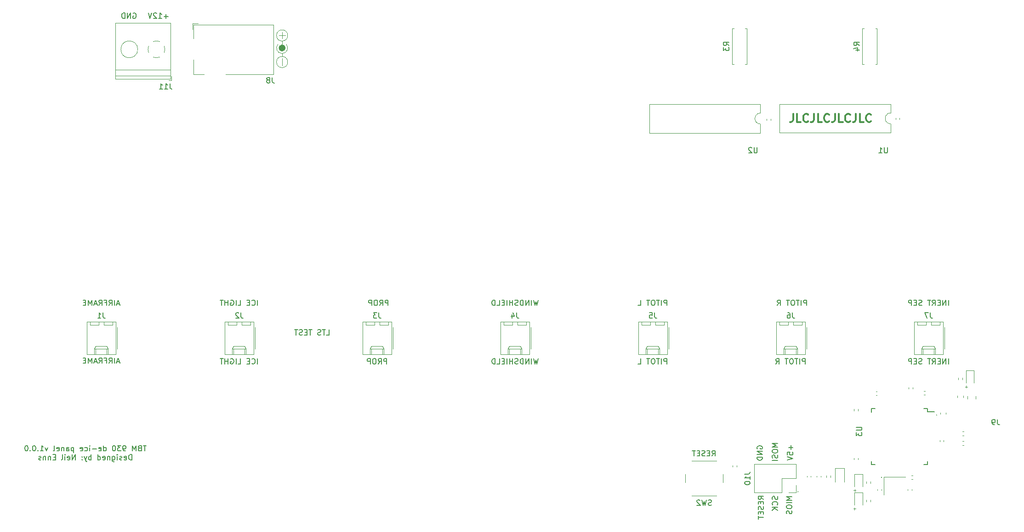
<source format=gbo>
G04 #@! TF.GenerationSoftware,KiCad,Pcbnew,(5.1.10)-1*
G04 #@! TF.CreationDate,2021-08-25T20:11:33-07:00*
G04 #@! TF.ProjectId,TBM930 - De-ice panel,54424d39-3330-4202-9d20-44652d696365,rev?*
G04 #@! TF.SameCoordinates,Original*
G04 #@! TF.FileFunction,Legend,Bot*
G04 #@! TF.FilePolarity,Positive*
%FSLAX46Y46*%
G04 Gerber Fmt 4.6, Leading zero omitted, Abs format (unit mm)*
G04 Created by KiCad (PCBNEW (5.1.10)-1) date 2021-08-25 20:11:33*
%MOMM*%
%LPD*%
G01*
G04 APERTURE LIST*
%ADD10C,0.150000*%
%ADD11C,0.120000*%
%ADD12C,0.300000*%
%ADD13C,0.700000*%
%ADD14R,3.500000X3.500000*%
%ADD15C,1.820000*%
%ADD16R,0.500000X0.500000*%
%ADD17C,2.000000*%
%ADD18R,1.400000X1.200000*%
%ADD19R,1.700000X1.700000*%
%ADD20O,1.700000X1.700000*%
%ADD21C,3.200000*%
%ADD22C,6.000000*%
%ADD23C,2.400000*%
%ADD24R,1.800000X1.800000*%
%ADD25C,1.800000*%
%ADD26O,1.740000X2.190000*%
%ADD27R,1.600000X1.600000*%
%ADD28O,1.600000X1.600000*%
%ADD29R,2.400000X2.400000*%
%ADD30R,1.500000X0.550000*%
%ADD31R,0.550000X1.500000*%
%ADD32R,4.500000X4.500000*%
%ADD33C,1.600000*%
%ADD34O,1.100000X1.700000*%
%ADD35O,1.400000X3.900000*%
G04 APERTURE END LIST*
D10*
X170922380Y-129697380D02*
X171255714Y-129221190D01*
X171493809Y-129697380D02*
X171493809Y-128697380D01*
X171112857Y-128697380D01*
X171017619Y-128745000D01*
X170970000Y-128792619D01*
X170922380Y-128887857D01*
X170922380Y-129030714D01*
X170970000Y-129125952D01*
X171017619Y-129173571D01*
X171112857Y-129221190D01*
X171493809Y-129221190D01*
X170493809Y-129173571D02*
X170160476Y-129173571D01*
X170017619Y-129697380D02*
X170493809Y-129697380D01*
X170493809Y-128697380D01*
X170017619Y-128697380D01*
X169636666Y-129649761D02*
X169493809Y-129697380D01*
X169255714Y-129697380D01*
X169160476Y-129649761D01*
X169112857Y-129602142D01*
X169065238Y-129506904D01*
X169065238Y-129411666D01*
X169112857Y-129316428D01*
X169160476Y-129268809D01*
X169255714Y-129221190D01*
X169446190Y-129173571D01*
X169541428Y-129125952D01*
X169589047Y-129078333D01*
X169636666Y-128983095D01*
X169636666Y-128887857D01*
X169589047Y-128792619D01*
X169541428Y-128745000D01*
X169446190Y-128697380D01*
X169208095Y-128697380D01*
X169065238Y-128745000D01*
X168636666Y-129173571D02*
X168303333Y-129173571D01*
X168160476Y-129697380D02*
X168636666Y-129697380D01*
X168636666Y-128697380D01*
X168160476Y-128697380D01*
X167874761Y-128697380D02*
X167303333Y-128697380D01*
X167589047Y-129697380D02*
X167589047Y-128697380D01*
X99889047Y-107397380D02*
X100365238Y-107397380D01*
X100365238Y-106397380D01*
X99698571Y-106397380D02*
X99127142Y-106397380D01*
X99412857Y-107397380D02*
X99412857Y-106397380D01*
X98841428Y-107349761D02*
X98698571Y-107397380D01*
X98460476Y-107397380D01*
X98365238Y-107349761D01*
X98317619Y-107302142D01*
X98270000Y-107206904D01*
X98270000Y-107111666D01*
X98317619Y-107016428D01*
X98365238Y-106968809D01*
X98460476Y-106921190D01*
X98650952Y-106873571D01*
X98746190Y-106825952D01*
X98793809Y-106778333D01*
X98841428Y-106683095D01*
X98841428Y-106587857D01*
X98793809Y-106492619D01*
X98746190Y-106445000D01*
X98650952Y-106397380D01*
X98412857Y-106397380D01*
X98270000Y-106445000D01*
X97222380Y-106397380D02*
X96650952Y-106397380D01*
X96936666Y-107397380D02*
X96936666Y-106397380D01*
X96317619Y-106873571D02*
X95984285Y-106873571D01*
X95841428Y-107397380D02*
X96317619Y-107397380D01*
X96317619Y-106397380D01*
X95841428Y-106397380D01*
X95460476Y-107349761D02*
X95317619Y-107397380D01*
X95079523Y-107397380D01*
X94984285Y-107349761D01*
X94936666Y-107302142D01*
X94889047Y-107206904D01*
X94889047Y-107111666D01*
X94936666Y-107016428D01*
X94984285Y-106968809D01*
X95079523Y-106921190D01*
X95270000Y-106873571D01*
X95365238Y-106825952D01*
X95412857Y-106778333D01*
X95460476Y-106683095D01*
X95460476Y-106587857D01*
X95412857Y-106492619D01*
X95365238Y-106445000D01*
X95270000Y-106397380D01*
X95031904Y-106397380D01*
X94889047Y-106445000D01*
X94603333Y-106397380D02*
X94031904Y-106397380D01*
X94317619Y-107397380D02*
X94317619Y-106397380D01*
X66708095Y-127772380D02*
X66136666Y-127772380D01*
X66422380Y-128772380D02*
X66422380Y-127772380D01*
X65470000Y-128248571D02*
X65327142Y-128296190D01*
X65279523Y-128343809D01*
X65231904Y-128439047D01*
X65231904Y-128581904D01*
X65279523Y-128677142D01*
X65327142Y-128724761D01*
X65422380Y-128772380D01*
X65803333Y-128772380D01*
X65803333Y-127772380D01*
X65470000Y-127772380D01*
X65374761Y-127820000D01*
X65327142Y-127867619D01*
X65279523Y-127962857D01*
X65279523Y-128058095D01*
X65327142Y-128153333D01*
X65374761Y-128200952D01*
X65470000Y-128248571D01*
X65803333Y-128248571D01*
X64803333Y-128772380D02*
X64803333Y-127772380D01*
X64470000Y-128486666D01*
X64136666Y-127772380D01*
X64136666Y-128772380D01*
X62850952Y-128772380D02*
X62660476Y-128772380D01*
X62565238Y-128724761D01*
X62517619Y-128677142D01*
X62422380Y-128534285D01*
X62374761Y-128343809D01*
X62374761Y-127962857D01*
X62422380Y-127867619D01*
X62470000Y-127820000D01*
X62565238Y-127772380D01*
X62755714Y-127772380D01*
X62850952Y-127820000D01*
X62898571Y-127867619D01*
X62946190Y-127962857D01*
X62946190Y-128200952D01*
X62898571Y-128296190D01*
X62850952Y-128343809D01*
X62755714Y-128391428D01*
X62565238Y-128391428D01*
X62470000Y-128343809D01*
X62422380Y-128296190D01*
X62374761Y-128200952D01*
X62041428Y-127772380D02*
X61422380Y-127772380D01*
X61755714Y-128153333D01*
X61612857Y-128153333D01*
X61517619Y-128200952D01*
X61470000Y-128248571D01*
X61422380Y-128343809D01*
X61422380Y-128581904D01*
X61470000Y-128677142D01*
X61517619Y-128724761D01*
X61612857Y-128772380D01*
X61898571Y-128772380D01*
X61993809Y-128724761D01*
X62041428Y-128677142D01*
X60803333Y-127772380D02*
X60708095Y-127772380D01*
X60612857Y-127820000D01*
X60565238Y-127867619D01*
X60517619Y-127962857D01*
X60470000Y-128153333D01*
X60470000Y-128391428D01*
X60517619Y-128581904D01*
X60565238Y-128677142D01*
X60612857Y-128724761D01*
X60708095Y-128772380D01*
X60803333Y-128772380D01*
X60898571Y-128724761D01*
X60946190Y-128677142D01*
X60993809Y-128581904D01*
X61041428Y-128391428D01*
X61041428Y-128153333D01*
X60993809Y-127962857D01*
X60946190Y-127867619D01*
X60898571Y-127820000D01*
X60803333Y-127772380D01*
X58850952Y-128772380D02*
X58850952Y-127772380D01*
X58850952Y-128724761D02*
X58946190Y-128772380D01*
X59136666Y-128772380D01*
X59231904Y-128724761D01*
X59279523Y-128677142D01*
X59327142Y-128581904D01*
X59327142Y-128296190D01*
X59279523Y-128200952D01*
X59231904Y-128153333D01*
X59136666Y-128105714D01*
X58946190Y-128105714D01*
X58850952Y-128153333D01*
X57993809Y-128724761D02*
X58089047Y-128772380D01*
X58279523Y-128772380D01*
X58374761Y-128724761D01*
X58422380Y-128629523D01*
X58422380Y-128248571D01*
X58374761Y-128153333D01*
X58279523Y-128105714D01*
X58089047Y-128105714D01*
X57993809Y-128153333D01*
X57946190Y-128248571D01*
X57946190Y-128343809D01*
X58422380Y-128439047D01*
X57517619Y-128391428D02*
X56755714Y-128391428D01*
X56279523Y-128772380D02*
X56279523Y-128105714D01*
X56279523Y-127772380D02*
X56327142Y-127820000D01*
X56279523Y-127867619D01*
X56231904Y-127820000D01*
X56279523Y-127772380D01*
X56279523Y-127867619D01*
X55374761Y-128724761D02*
X55470000Y-128772380D01*
X55660476Y-128772380D01*
X55755714Y-128724761D01*
X55803333Y-128677142D01*
X55850952Y-128581904D01*
X55850952Y-128296190D01*
X55803333Y-128200952D01*
X55755714Y-128153333D01*
X55660476Y-128105714D01*
X55470000Y-128105714D01*
X55374761Y-128153333D01*
X54565238Y-128724761D02*
X54660476Y-128772380D01*
X54850952Y-128772380D01*
X54946190Y-128724761D01*
X54993809Y-128629523D01*
X54993809Y-128248571D01*
X54946190Y-128153333D01*
X54850952Y-128105714D01*
X54660476Y-128105714D01*
X54565238Y-128153333D01*
X54517619Y-128248571D01*
X54517619Y-128343809D01*
X54993809Y-128439047D01*
X53327142Y-128105714D02*
X53327142Y-129105714D01*
X53327142Y-128153333D02*
X53231904Y-128105714D01*
X53041428Y-128105714D01*
X52946190Y-128153333D01*
X52898571Y-128200952D01*
X52850952Y-128296190D01*
X52850952Y-128581904D01*
X52898571Y-128677142D01*
X52946190Y-128724761D01*
X53041428Y-128772380D01*
X53231904Y-128772380D01*
X53327142Y-128724761D01*
X51993809Y-128772380D02*
X51993809Y-128248571D01*
X52041428Y-128153333D01*
X52136666Y-128105714D01*
X52327142Y-128105714D01*
X52422380Y-128153333D01*
X51993809Y-128724761D02*
X52089047Y-128772380D01*
X52327142Y-128772380D01*
X52422380Y-128724761D01*
X52470000Y-128629523D01*
X52470000Y-128534285D01*
X52422380Y-128439047D01*
X52327142Y-128391428D01*
X52089047Y-128391428D01*
X51993809Y-128343809D01*
X51517619Y-128105714D02*
X51517619Y-128772380D01*
X51517619Y-128200952D02*
X51470000Y-128153333D01*
X51374761Y-128105714D01*
X51231904Y-128105714D01*
X51136666Y-128153333D01*
X51089047Y-128248571D01*
X51089047Y-128772380D01*
X50231904Y-128724761D02*
X50327142Y-128772380D01*
X50517619Y-128772380D01*
X50612857Y-128724761D01*
X50660476Y-128629523D01*
X50660476Y-128248571D01*
X50612857Y-128153333D01*
X50517619Y-128105714D01*
X50327142Y-128105714D01*
X50231904Y-128153333D01*
X50184285Y-128248571D01*
X50184285Y-128343809D01*
X50660476Y-128439047D01*
X49612857Y-128772380D02*
X49708095Y-128724761D01*
X49755714Y-128629523D01*
X49755714Y-127772380D01*
X48565238Y-128105714D02*
X48327142Y-128772380D01*
X48089047Y-128105714D01*
X47184285Y-128772380D02*
X47755714Y-128772380D01*
X47470000Y-128772380D02*
X47470000Y-127772380D01*
X47565238Y-127915238D01*
X47660476Y-128010476D01*
X47755714Y-128058095D01*
X46755714Y-128677142D02*
X46708095Y-128724761D01*
X46755714Y-128772380D01*
X46803333Y-128724761D01*
X46755714Y-128677142D01*
X46755714Y-128772380D01*
X46089047Y-127772380D02*
X45993809Y-127772380D01*
X45898571Y-127820000D01*
X45850952Y-127867619D01*
X45803333Y-127962857D01*
X45755714Y-128153333D01*
X45755714Y-128391428D01*
X45803333Y-128581904D01*
X45850952Y-128677142D01*
X45898571Y-128724761D01*
X45993809Y-128772380D01*
X46089047Y-128772380D01*
X46184285Y-128724761D01*
X46231904Y-128677142D01*
X46279523Y-128581904D01*
X46327142Y-128391428D01*
X46327142Y-128153333D01*
X46279523Y-127962857D01*
X46231904Y-127867619D01*
X46184285Y-127820000D01*
X46089047Y-127772380D01*
X45327142Y-128677142D02*
X45279523Y-128724761D01*
X45327142Y-128772380D01*
X45374761Y-128724761D01*
X45327142Y-128677142D01*
X45327142Y-128772380D01*
X44660476Y-127772380D02*
X44565238Y-127772380D01*
X44470000Y-127820000D01*
X44422380Y-127867619D01*
X44374761Y-127962857D01*
X44327142Y-128153333D01*
X44327142Y-128391428D01*
X44374761Y-128581904D01*
X44422380Y-128677142D01*
X44470000Y-128724761D01*
X44565238Y-128772380D01*
X44660476Y-128772380D01*
X44755714Y-128724761D01*
X44803333Y-128677142D01*
X44850952Y-128581904D01*
X44898571Y-128391428D01*
X44898571Y-128153333D01*
X44850952Y-127962857D01*
X44803333Y-127867619D01*
X44755714Y-127820000D01*
X44660476Y-127772380D01*
X64017619Y-130422380D02*
X64017619Y-129422380D01*
X63779523Y-129422380D01*
X63636666Y-129470000D01*
X63541428Y-129565238D01*
X63493809Y-129660476D01*
X63446190Y-129850952D01*
X63446190Y-129993809D01*
X63493809Y-130184285D01*
X63541428Y-130279523D01*
X63636666Y-130374761D01*
X63779523Y-130422380D01*
X64017619Y-130422380D01*
X62636666Y-130374761D02*
X62731904Y-130422380D01*
X62922380Y-130422380D01*
X63017619Y-130374761D01*
X63065238Y-130279523D01*
X63065238Y-129898571D01*
X63017619Y-129803333D01*
X62922380Y-129755714D01*
X62731904Y-129755714D01*
X62636666Y-129803333D01*
X62589047Y-129898571D01*
X62589047Y-129993809D01*
X63065238Y-130089047D01*
X62208095Y-130374761D02*
X62112857Y-130422380D01*
X61922380Y-130422380D01*
X61827142Y-130374761D01*
X61779523Y-130279523D01*
X61779523Y-130231904D01*
X61827142Y-130136666D01*
X61922380Y-130089047D01*
X62065238Y-130089047D01*
X62160476Y-130041428D01*
X62208095Y-129946190D01*
X62208095Y-129898571D01*
X62160476Y-129803333D01*
X62065238Y-129755714D01*
X61922380Y-129755714D01*
X61827142Y-129803333D01*
X61350952Y-130422380D02*
X61350952Y-129755714D01*
X61350952Y-129422380D02*
X61398571Y-129470000D01*
X61350952Y-129517619D01*
X61303333Y-129470000D01*
X61350952Y-129422380D01*
X61350952Y-129517619D01*
X60446190Y-129755714D02*
X60446190Y-130565238D01*
X60493809Y-130660476D01*
X60541428Y-130708095D01*
X60636666Y-130755714D01*
X60779523Y-130755714D01*
X60874761Y-130708095D01*
X60446190Y-130374761D02*
X60541428Y-130422380D01*
X60731904Y-130422380D01*
X60827142Y-130374761D01*
X60874761Y-130327142D01*
X60922380Y-130231904D01*
X60922380Y-129946190D01*
X60874761Y-129850952D01*
X60827142Y-129803333D01*
X60731904Y-129755714D01*
X60541428Y-129755714D01*
X60446190Y-129803333D01*
X59970000Y-129755714D02*
X59970000Y-130422380D01*
X59970000Y-129850952D02*
X59922380Y-129803333D01*
X59827142Y-129755714D01*
X59684285Y-129755714D01*
X59589047Y-129803333D01*
X59541428Y-129898571D01*
X59541428Y-130422380D01*
X58684285Y-130374761D02*
X58779523Y-130422380D01*
X58970000Y-130422380D01*
X59065238Y-130374761D01*
X59112857Y-130279523D01*
X59112857Y-129898571D01*
X59065238Y-129803333D01*
X58970000Y-129755714D01*
X58779523Y-129755714D01*
X58684285Y-129803333D01*
X58636666Y-129898571D01*
X58636666Y-129993809D01*
X59112857Y-130089047D01*
X57779523Y-130422380D02*
X57779523Y-129422380D01*
X57779523Y-130374761D02*
X57874761Y-130422380D01*
X58065238Y-130422380D01*
X58160476Y-130374761D01*
X58208095Y-130327142D01*
X58255714Y-130231904D01*
X58255714Y-129946190D01*
X58208095Y-129850952D01*
X58160476Y-129803333D01*
X58065238Y-129755714D01*
X57874761Y-129755714D01*
X57779523Y-129803333D01*
X56541428Y-130422380D02*
X56541428Y-129422380D01*
X56541428Y-129803333D02*
X56446190Y-129755714D01*
X56255714Y-129755714D01*
X56160476Y-129803333D01*
X56112857Y-129850952D01*
X56065238Y-129946190D01*
X56065238Y-130231904D01*
X56112857Y-130327142D01*
X56160476Y-130374761D01*
X56255714Y-130422380D01*
X56446190Y-130422380D01*
X56541428Y-130374761D01*
X55731904Y-129755714D02*
X55493809Y-130422380D01*
X55255714Y-129755714D02*
X55493809Y-130422380D01*
X55589047Y-130660476D01*
X55636666Y-130708095D01*
X55731904Y-130755714D01*
X54874761Y-130327142D02*
X54827142Y-130374761D01*
X54874761Y-130422380D01*
X54922380Y-130374761D01*
X54874761Y-130327142D01*
X54874761Y-130422380D01*
X54874761Y-129803333D02*
X54827142Y-129850952D01*
X54874761Y-129898571D01*
X54922380Y-129850952D01*
X54874761Y-129803333D01*
X54874761Y-129898571D01*
X53636666Y-130422380D02*
X53636666Y-129422380D01*
X53065238Y-130422380D01*
X53065238Y-129422380D01*
X52208095Y-130374761D02*
X52303333Y-130422380D01*
X52493809Y-130422380D01*
X52589047Y-130374761D01*
X52636666Y-130279523D01*
X52636666Y-129898571D01*
X52589047Y-129803333D01*
X52493809Y-129755714D01*
X52303333Y-129755714D01*
X52208095Y-129803333D01*
X52160476Y-129898571D01*
X52160476Y-129993809D01*
X52636666Y-130089047D01*
X51731904Y-130422380D02*
X51731904Y-129755714D01*
X51731904Y-129422380D02*
X51779523Y-129470000D01*
X51731904Y-129517619D01*
X51684285Y-129470000D01*
X51731904Y-129422380D01*
X51731904Y-129517619D01*
X51112857Y-130422380D02*
X51208095Y-130374761D01*
X51255714Y-130279523D01*
X51255714Y-129422380D01*
X49970000Y-129898571D02*
X49636666Y-129898571D01*
X49493809Y-130422380D02*
X49970000Y-130422380D01*
X49970000Y-129422380D01*
X49493809Y-129422380D01*
X49065238Y-129755714D02*
X49065238Y-130422380D01*
X49065238Y-129850952D02*
X49017619Y-129803333D01*
X48922380Y-129755714D01*
X48779523Y-129755714D01*
X48684285Y-129803333D01*
X48636666Y-129898571D01*
X48636666Y-130422380D01*
X48160476Y-129755714D02*
X48160476Y-130422380D01*
X48160476Y-129850952D02*
X48112857Y-129803333D01*
X48017619Y-129755714D01*
X47874761Y-129755714D01*
X47779523Y-129803333D01*
X47731904Y-129898571D01*
X47731904Y-130422380D01*
X47303333Y-130374761D02*
X47208095Y-130422380D01*
X47017619Y-130422380D01*
X46922380Y-130374761D01*
X46874761Y-130279523D01*
X46874761Y-130231904D01*
X46922380Y-130136666D01*
X47017619Y-130089047D01*
X47160476Y-130089047D01*
X47255714Y-130041428D01*
X47303333Y-129946190D01*
X47303333Y-129898571D01*
X47255714Y-129803333D01*
X47160476Y-129755714D01*
X47017619Y-129755714D01*
X46922380Y-129803333D01*
D11*
X212340711Y-122145000D02*
G75*
G03*
X212340711Y-122145000I-70711J0D01*
G01*
X202240711Y-133645000D02*
G75*
G03*
X202240711Y-133645000I-70711J0D01*
G01*
X186840711Y-136295000D02*
G75*
G03*
X186840711Y-136295000I-70711J0D01*
G01*
D10*
X185441428Y-127759285D02*
X185441428Y-128521190D01*
X185822380Y-128140238D02*
X185060476Y-128140238D01*
X184822380Y-129473571D02*
X184822380Y-128997380D01*
X185298571Y-128949761D01*
X185250952Y-128997380D01*
X185203333Y-129092619D01*
X185203333Y-129330714D01*
X185250952Y-129425952D01*
X185298571Y-129473571D01*
X185393809Y-129521190D01*
X185631904Y-129521190D01*
X185727142Y-129473571D01*
X185774761Y-129425952D01*
X185822380Y-129330714D01*
X185822380Y-129092619D01*
X185774761Y-128997380D01*
X185727142Y-128949761D01*
X184822380Y-129806904D02*
X185822380Y-130140238D01*
X184822380Y-130473571D01*
X180422380Y-137692619D02*
X179946190Y-137359285D01*
X180422380Y-137121190D02*
X179422380Y-137121190D01*
X179422380Y-137502142D01*
X179470000Y-137597380D01*
X179517619Y-137645000D01*
X179612857Y-137692619D01*
X179755714Y-137692619D01*
X179850952Y-137645000D01*
X179898571Y-137597380D01*
X179946190Y-137502142D01*
X179946190Y-137121190D01*
X179898571Y-138121190D02*
X179898571Y-138454523D01*
X180422380Y-138597380D02*
X180422380Y-138121190D01*
X179422380Y-138121190D01*
X179422380Y-138597380D01*
X180374761Y-138978333D02*
X180422380Y-139121190D01*
X180422380Y-139359285D01*
X180374761Y-139454523D01*
X180327142Y-139502142D01*
X180231904Y-139549761D01*
X180136666Y-139549761D01*
X180041428Y-139502142D01*
X179993809Y-139454523D01*
X179946190Y-139359285D01*
X179898571Y-139168809D01*
X179850952Y-139073571D01*
X179803333Y-139025952D01*
X179708095Y-138978333D01*
X179612857Y-138978333D01*
X179517619Y-139025952D01*
X179470000Y-139073571D01*
X179422380Y-139168809D01*
X179422380Y-139406904D01*
X179470000Y-139549761D01*
X179898571Y-139978333D02*
X179898571Y-140311666D01*
X180422380Y-140454523D02*
X180422380Y-139978333D01*
X179422380Y-139978333D01*
X179422380Y-140454523D01*
X179422380Y-140740238D02*
X179422380Y-141311666D01*
X180422380Y-141025952D02*
X179422380Y-141025952D01*
X182974761Y-137159285D02*
X183022380Y-137302142D01*
X183022380Y-137540238D01*
X182974761Y-137635476D01*
X182927142Y-137683095D01*
X182831904Y-137730714D01*
X182736666Y-137730714D01*
X182641428Y-137683095D01*
X182593809Y-137635476D01*
X182546190Y-137540238D01*
X182498571Y-137349761D01*
X182450952Y-137254523D01*
X182403333Y-137206904D01*
X182308095Y-137159285D01*
X182212857Y-137159285D01*
X182117619Y-137206904D01*
X182070000Y-137254523D01*
X182022380Y-137349761D01*
X182022380Y-137587857D01*
X182070000Y-137730714D01*
X182927142Y-138730714D02*
X182974761Y-138683095D01*
X183022380Y-138540238D01*
X183022380Y-138445000D01*
X182974761Y-138302142D01*
X182879523Y-138206904D01*
X182784285Y-138159285D01*
X182593809Y-138111666D01*
X182450952Y-138111666D01*
X182260476Y-138159285D01*
X182165238Y-138206904D01*
X182070000Y-138302142D01*
X182022380Y-138445000D01*
X182022380Y-138540238D01*
X182070000Y-138683095D01*
X182117619Y-138730714D01*
X183022380Y-139159285D02*
X182022380Y-139159285D01*
X183022380Y-139730714D02*
X182450952Y-139302142D01*
X182022380Y-139730714D02*
X182593809Y-139159285D01*
X185622380Y-137173571D02*
X184622380Y-137173571D01*
X185336666Y-137506904D01*
X184622380Y-137840238D01*
X185622380Y-137840238D01*
X185622380Y-138316428D02*
X184622380Y-138316428D01*
X184622380Y-138983095D02*
X184622380Y-139173571D01*
X184670000Y-139268809D01*
X184765238Y-139364047D01*
X184955714Y-139411666D01*
X185289047Y-139411666D01*
X185479523Y-139364047D01*
X185574761Y-139268809D01*
X185622380Y-139173571D01*
X185622380Y-138983095D01*
X185574761Y-138887857D01*
X185479523Y-138792619D01*
X185289047Y-138745000D01*
X184955714Y-138745000D01*
X184765238Y-138792619D01*
X184670000Y-138887857D01*
X184622380Y-138983095D01*
X185574761Y-139792619D02*
X185622380Y-139935476D01*
X185622380Y-140173571D01*
X185574761Y-140268809D01*
X185527142Y-140316428D01*
X185431904Y-140364047D01*
X185336666Y-140364047D01*
X185241428Y-140316428D01*
X185193809Y-140268809D01*
X185146190Y-140173571D01*
X185098571Y-139983095D01*
X185050952Y-139887857D01*
X185003333Y-139840238D01*
X184908095Y-139792619D01*
X184812857Y-139792619D01*
X184717619Y-139840238D01*
X184670000Y-139887857D01*
X184622380Y-139983095D01*
X184622380Y-140221190D01*
X184670000Y-140364047D01*
X179270000Y-128383095D02*
X179222380Y-128287857D01*
X179222380Y-128145000D01*
X179270000Y-128002142D01*
X179365238Y-127906904D01*
X179460476Y-127859285D01*
X179650952Y-127811666D01*
X179793809Y-127811666D01*
X179984285Y-127859285D01*
X180079523Y-127906904D01*
X180174761Y-128002142D01*
X180222380Y-128145000D01*
X180222380Y-128240238D01*
X180174761Y-128383095D01*
X180127142Y-128430714D01*
X179793809Y-128430714D01*
X179793809Y-128240238D01*
X180222380Y-128859285D02*
X179222380Y-128859285D01*
X180222380Y-129430714D01*
X179222380Y-129430714D01*
X180222380Y-129906904D02*
X179222380Y-129906904D01*
X179222380Y-130145000D01*
X179270000Y-130287857D01*
X179365238Y-130383095D01*
X179460476Y-130430714D01*
X179650952Y-130478333D01*
X179793809Y-130478333D01*
X179984285Y-130430714D01*
X180079523Y-130383095D01*
X180174761Y-130287857D01*
X180222380Y-130145000D01*
X180222380Y-129906904D01*
X183022380Y-127373571D02*
X182022380Y-127373571D01*
X182736666Y-127706904D01*
X182022380Y-128040238D01*
X183022380Y-128040238D01*
X182022380Y-128706904D02*
X182022380Y-128897380D01*
X182070000Y-128992619D01*
X182165238Y-129087857D01*
X182355714Y-129135476D01*
X182689047Y-129135476D01*
X182879523Y-129087857D01*
X182974761Y-128992619D01*
X183022380Y-128897380D01*
X183022380Y-128706904D01*
X182974761Y-128611666D01*
X182879523Y-128516428D01*
X182689047Y-128468809D01*
X182355714Y-128468809D01*
X182165238Y-128516428D01*
X182070000Y-128611666D01*
X182022380Y-128706904D01*
X182974761Y-129516428D02*
X183022380Y-129659285D01*
X183022380Y-129897380D01*
X182974761Y-129992619D01*
X182927142Y-130040238D01*
X182831904Y-130087857D01*
X182736666Y-130087857D01*
X182641428Y-130040238D01*
X182593809Y-129992619D01*
X182546190Y-129897380D01*
X182498571Y-129706904D01*
X182450952Y-129611666D01*
X182403333Y-129564047D01*
X182308095Y-129516428D01*
X182212857Y-129516428D01*
X182117619Y-129564047D01*
X182070000Y-129611666D01*
X182022380Y-129706904D01*
X182022380Y-129945000D01*
X182070000Y-130087857D01*
X183022380Y-130516428D02*
X182022380Y-130516428D01*
X64281904Y-48045000D02*
X64377142Y-47997380D01*
X64520000Y-47997380D01*
X64662857Y-48045000D01*
X64758095Y-48140238D01*
X64805714Y-48235476D01*
X64853333Y-48425952D01*
X64853333Y-48568809D01*
X64805714Y-48759285D01*
X64758095Y-48854523D01*
X64662857Y-48949761D01*
X64520000Y-48997380D01*
X64424761Y-48997380D01*
X64281904Y-48949761D01*
X64234285Y-48902142D01*
X64234285Y-48568809D01*
X64424761Y-48568809D01*
X63805714Y-48997380D02*
X63805714Y-47997380D01*
X63234285Y-48997380D01*
X63234285Y-47997380D01*
X62758095Y-48997380D02*
X62758095Y-47997380D01*
X62520000Y-47997380D01*
X62377142Y-48045000D01*
X62281904Y-48140238D01*
X62234285Y-48235476D01*
X62186666Y-48425952D01*
X62186666Y-48568809D01*
X62234285Y-48759285D01*
X62281904Y-48854523D01*
X62377142Y-48949761D01*
X62520000Y-48997380D01*
X62758095Y-48997380D01*
D12*
X185858428Y-66612571D02*
X185858428Y-67684000D01*
X185787000Y-67898285D01*
X185644142Y-68041142D01*
X185429857Y-68112571D01*
X185287000Y-68112571D01*
X187287000Y-68112571D02*
X186572714Y-68112571D01*
X186572714Y-66612571D01*
X188644142Y-67969714D02*
X188572714Y-68041142D01*
X188358428Y-68112571D01*
X188215571Y-68112571D01*
X188001285Y-68041142D01*
X187858428Y-67898285D01*
X187787000Y-67755428D01*
X187715571Y-67469714D01*
X187715571Y-67255428D01*
X187787000Y-66969714D01*
X187858428Y-66826857D01*
X188001285Y-66684000D01*
X188215571Y-66612571D01*
X188358428Y-66612571D01*
X188572714Y-66684000D01*
X188644142Y-66755428D01*
X189715571Y-66612571D02*
X189715571Y-67684000D01*
X189644142Y-67898285D01*
X189501285Y-68041142D01*
X189287000Y-68112571D01*
X189144142Y-68112571D01*
X191144142Y-68112571D02*
X190429857Y-68112571D01*
X190429857Y-66612571D01*
X192501285Y-67969714D02*
X192429857Y-68041142D01*
X192215571Y-68112571D01*
X192072714Y-68112571D01*
X191858428Y-68041142D01*
X191715571Y-67898285D01*
X191644142Y-67755428D01*
X191572714Y-67469714D01*
X191572714Y-67255428D01*
X191644142Y-66969714D01*
X191715571Y-66826857D01*
X191858428Y-66684000D01*
X192072714Y-66612571D01*
X192215571Y-66612571D01*
X192429857Y-66684000D01*
X192501285Y-66755428D01*
X193572714Y-66612571D02*
X193572714Y-67684000D01*
X193501285Y-67898285D01*
X193358428Y-68041142D01*
X193144142Y-68112571D01*
X193001285Y-68112571D01*
X195001285Y-68112571D02*
X194287000Y-68112571D01*
X194287000Y-66612571D01*
X196358428Y-67969714D02*
X196287000Y-68041142D01*
X196072714Y-68112571D01*
X195929857Y-68112571D01*
X195715571Y-68041142D01*
X195572714Y-67898285D01*
X195501285Y-67755428D01*
X195429857Y-67469714D01*
X195429857Y-67255428D01*
X195501285Y-66969714D01*
X195572714Y-66826857D01*
X195715571Y-66684000D01*
X195929857Y-66612571D01*
X196072714Y-66612571D01*
X196287000Y-66684000D01*
X196358428Y-66755428D01*
X197429857Y-66612571D02*
X197429857Y-67684000D01*
X197358428Y-67898285D01*
X197215571Y-68041142D01*
X197001285Y-68112571D01*
X196858428Y-68112571D01*
X198858428Y-68112571D02*
X198144142Y-68112571D01*
X198144142Y-66612571D01*
X200215571Y-67969714D02*
X200144142Y-68041142D01*
X199929857Y-68112571D01*
X199787000Y-68112571D01*
X199572714Y-68041142D01*
X199429857Y-67898285D01*
X199358428Y-67755428D01*
X199287000Y-67469714D01*
X199287000Y-67255428D01*
X199358428Y-66969714D01*
X199429857Y-66826857D01*
X199572714Y-66684000D01*
X199787000Y-66612571D01*
X199929857Y-66612571D01*
X200144142Y-66684000D01*
X200215571Y-66755428D01*
D10*
X214486666Y-101925380D02*
X214486666Y-100925380D01*
X214010476Y-101925380D02*
X214010476Y-100925380D01*
X213439047Y-101925380D01*
X213439047Y-100925380D01*
X212962857Y-101401571D02*
X212629523Y-101401571D01*
X212486666Y-101925380D02*
X212962857Y-101925380D01*
X212962857Y-100925380D01*
X212486666Y-100925380D01*
X211486666Y-101925380D02*
X211820000Y-101449190D01*
X212058095Y-101925380D02*
X212058095Y-100925380D01*
X211677142Y-100925380D01*
X211581904Y-100973000D01*
X211534285Y-101020619D01*
X211486666Y-101115857D01*
X211486666Y-101258714D01*
X211534285Y-101353952D01*
X211581904Y-101401571D01*
X211677142Y-101449190D01*
X212058095Y-101449190D01*
X211200952Y-100925380D02*
X210629523Y-100925380D01*
X210915238Y-101925380D02*
X210915238Y-100925380D01*
X209581904Y-101877761D02*
X209439047Y-101925380D01*
X209200952Y-101925380D01*
X209105714Y-101877761D01*
X209058095Y-101830142D01*
X209010476Y-101734904D01*
X209010476Y-101639666D01*
X209058095Y-101544428D01*
X209105714Y-101496809D01*
X209200952Y-101449190D01*
X209391428Y-101401571D01*
X209486666Y-101353952D01*
X209534285Y-101306333D01*
X209581904Y-101211095D01*
X209581904Y-101115857D01*
X209534285Y-101020619D01*
X209486666Y-100973000D01*
X209391428Y-100925380D01*
X209153333Y-100925380D01*
X209010476Y-100973000D01*
X208581904Y-101401571D02*
X208248571Y-101401571D01*
X208105714Y-101925380D02*
X208581904Y-101925380D01*
X208581904Y-100925380D01*
X208105714Y-100925380D01*
X207677142Y-101925380D02*
X207677142Y-100925380D01*
X207296190Y-100925380D01*
X207200952Y-100973000D01*
X207153333Y-101020619D01*
X207105714Y-101115857D01*
X207105714Y-101258714D01*
X207153333Y-101353952D01*
X207200952Y-101401571D01*
X207296190Y-101449190D01*
X207677142Y-101449190D01*
X188340666Y-101925380D02*
X188340666Y-100925380D01*
X187959714Y-100925380D01*
X187864476Y-100973000D01*
X187816857Y-101020619D01*
X187769238Y-101115857D01*
X187769238Y-101258714D01*
X187816857Y-101353952D01*
X187864476Y-101401571D01*
X187959714Y-101449190D01*
X188340666Y-101449190D01*
X187340666Y-101925380D02*
X187340666Y-100925380D01*
X187007333Y-100925380D02*
X186435904Y-100925380D01*
X186721619Y-101925380D02*
X186721619Y-100925380D01*
X185912095Y-100925380D02*
X185721619Y-100925380D01*
X185626380Y-100973000D01*
X185531142Y-101068238D01*
X185483523Y-101258714D01*
X185483523Y-101592047D01*
X185531142Y-101782523D01*
X185626380Y-101877761D01*
X185721619Y-101925380D01*
X185912095Y-101925380D01*
X186007333Y-101877761D01*
X186102571Y-101782523D01*
X186150190Y-101592047D01*
X186150190Y-101258714D01*
X186102571Y-101068238D01*
X186007333Y-100973000D01*
X185912095Y-100925380D01*
X185197809Y-100925380D02*
X184626380Y-100925380D01*
X184912095Y-101925380D02*
X184912095Y-100925380D01*
X182959714Y-101925380D02*
X183293047Y-101449190D01*
X183531142Y-101925380D02*
X183531142Y-100925380D01*
X183150190Y-100925380D01*
X183054952Y-100973000D01*
X183007333Y-101020619D01*
X182959714Y-101115857D01*
X182959714Y-101258714D01*
X183007333Y-101353952D01*
X183054952Y-101401571D01*
X183150190Y-101449190D01*
X183531142Y-101449190D01*
X162591428Y-101925380D02*
X162591428Y-100925380D01*
X162210476Y-100925380D01*
X162115238Y-100973000D01*
X162067619Y-101020619D01*
X162020000Y-101115857D01*
X162020000Y-101258714D01*
X162067619Y-101353952D01*
X162115238Y-101401571D01*
X162210476Y-101449190D01*
X162591428Y-101449190D01*
X161591428Y-101925380D02*
X161591428Y-100925380D01*
X161258095Y-100925380D02*
X160686666Y-100925380D01*
X160972380Y-101925380D02*
X160972380Y-100925380D01*
X160162857Y-100925380D02*
X159972380Y-100925380D01*
X159877142Y-100973000D01*
X159781904Y-101068238D01*
X159734285Y-101258714D01*
X159734285Y-101592047D01*
X159781904Y-101782523D01*
X159877142Y-101877761D01*
X159972380Y-101925380D01*
X160162857Y-101925380D01*
X160258095Y-101877761D01*
X160353333Y-101782523D01*
X160400952Y-101592047D01*
X160400952Y-101258714D01*
X160353333Y-101068238D01*
X160258095Y-100973000D01*
X160162857Y-100925380D01*
X159448571Y-100925380D02*
X158877142Y-100925380D01*
X159162857Y-101925380D02*
X159162857Y-100925380D01*
X157305714Y-101925380D02*
X157781904Y-101925380D01*
X157781904Y-100925380D01*
X138905714Y-100925380D02*
X138667619Y-101925380D01*
X138477142Y-101211095D01*
X138286666Y-101925380D01*
X138048571Y-100925380D01*
X137667619Y-101925380D02*
X137667619Y-100925380D01*
X137191428Y-101925380D02*
X137191428Y-100925380D01*
X136620000Y-101925380D01*
X136620000Y-100925380D01*
X136143809Y-101925380D02*
X136143809Y-100925380D01*
X135905714Y-100925380D01*
X135762857Y-100973000D01*
X135667619Y-101068238D01*
X135620000Y-101163476D01*
X135572380Y-101353952D01*
X135572380Y-101496809D01*
X135620000Y-101687285D01*
X135667619Y-101782523D01*
X135762857Y-101877761D01*
X135905714Y-101925380D01*
X136143809Y-101925380D01*
X135191428Y-101877761D02*
X135048571Y-101925380D01*
X134810476Y-101925380D01*
X134715238Y-101877761D01*
X134667619Y-101830142D01*
X134620000Y-101734904D01*
X134620000Y-101639666D01*
X134667619Y-101544428D01*
X134715238Y-101496809D01*
X134810476Y-101449190D01*
X135000952Y-101401571D01*
X135096190Y-101353952D01*
X135143809Y-101306333D01*
X135191428Y-101211095D01*
X135191428Y-101115857D01*
X135143809Y-101020619D01*
X135096190Y-100973000D01*
X135000952Y-100925380D01*
X134762857Y-100925380D01*
X134620000Y-100973000D01*
X134191428Y-101925380D02*
X134191428Y-100925380D01*
X134191428Y-101401571D02*
X133620000Y-101401571D01*
X133620000Y-101925380D02*
X133620000Y-100925380D01*
X133143809Y-101925380D02*
X133143809Y-100925380D01*
X132667619Y-101401571D02*
X132334285Y-101401571D01*
X132191428Y-101925380D02*
X132667619Y-101925380D01*
X132667619Y-100925380D01*
X132191428Y-100925380D01*
X131286666Y-101925380D02*
X131762857Y-101925380D01*
X131762857Y-100925380D01*
X130953333Y-101925380D02*
X130953333Y-100925380D01*
X130715238Y-100925380D01*
X130572380Y-100973000D01*
X130477142Y-101068238D01*
X130429523Y-101163476D01*
X130381904Y-101353952D01*
X130381904Y-101496809D01*
X130429523Y-101687285D01*
X130477142Y-101782523D01*
X130572380Y-101877761D01*
X130715238Y-101925380D01*
X130953333Y-101925380D01*
X111259714Y-101925380D02*
X111259714Y-100925380D01*
X110878761Y-100925380D01*
X110783523Y-100973000D01*
X110735904Y-101020619D01*
X110688285Y-101115857D01*
X110688285Y-101258714D01*
X110735904Y-101353952D01*
X110783523Y-101401571D01*
X110878761Y-101449190D01*
X111259714Y-101449190D01*
X109688285Y-101925380D02*
X110021619Y-101449190D01*
X110259714Y-101925380D02*
X110259714Y-100925380D01*
X109878761Y-100925380D01*
X109783523Y-100973000D01*
X109735904Y-101020619D01*
X109688285Y-101115857D01*
X109688285Y-101258714D01*
X109735904Y-101353952D01*
X109783523Y-101401571D01*
X109878761Y-101449190D01*
X110259714Y-101449190D01*
X109069238Y-100925380D02*
X108878761Y-100925380D01*
X108783523Y-100973000D01*
X108688285Y-101068238D01*
X108640666Y-101258714D01*
X108640666Y-101592047D01*
X108688285Y-101782523D01*
X108783523Y-101877761D01*
X108878761Y-101925380D01*
X109069238Y-101925380D01*
X109164476Y-101877761D01*
X109259714Y-101782523D01*
X109307333Y-101592047D01*
X109307333Y-101258714D01*
X109259714Y-101068238D01*
X109164476Y-100973000D01*
X109069238Y-100925380D01*
X108212095Y-101925380D02*
X108212095Y-100925380D01*
X107831142Y-100925380D01*
X107735904Y-100973000D01*
X107688285Y-101020619D01*
X107640666Y-101115857D01*
X107640666Y-101258714D01*
X107688285Y-101353952D01*
X107735904Y-101401571D01*
X107831142Y-101449190D01*
X108212095Y-101449190D01*
X87200952Y-101925380D02*
X87200952Y-100925380D01*
X86153333Y-101830142D02*
X86200952Y-101877761D01*
X86343809Y-101925380D01*
X86439047Y-101925380D01*
X86581904Y-101877761D01*
X86677142Y-101782523D01*
X86724761Y-101687285D01*
X86772380Y-101496809D01*
X86772380Y-101353952D01*
X86724761Y-101163476D01*
X86677142Y-101068238D01*
X86581904Y-100973000D01*
X86439047Y-100925380D01*
X86343809Y-100925380D01*
X86200952Y-100973000D01*
X86153333Y-101020619D01*
X85724761Y-101401571D02*
X85391428Y-101401571D01*
X85248571Y-101925380D02*
X85724761Y-101925380D01*
X85724761Y-100925380D01*
X85248571Y-100925380D01*
X83581904Y-101925380D02*
X84058095Y-101925380D01*
X84058095Y-100925380D01*
X83248571Y-101925380D02*
X83248571Y-100925380D01*
X82248571Y-100973000D02*
X82343809Y-100925380D01*
X82486666Y-100925380D01*
X82629523Y-100973000D01*
X82724761Y-101068238D01*
X82772380Y-101163476D01*
X82820000Y-101353952D01*
X82820000Y-101496809D01*
X82772380Y-101687285D01*
X82724761Y-101782523D01*
X82629523Y-101877761D01*
X82486666Y-101925380D01*
X82391428Y-101925380D01*
X82248571Y-101877761D01*
X82200952Y-101830142D01*
X82200952Y-101496809D01*
X82391428Y-101496809D01*
X81772380Y-101925380D02*
X81772380Y-100925380D01*
X81772380Y-101401571D02*
X81200952Y-101401571D01*
X81200952Y-101925380D02*
X81200952Y-100925380D01*
X80867619Y-100925380D02*
X80296190Y-100925380D01*
X80581904Y-101925380D02*
X80581904Y-100925380D01*
X61777142Y-101639666D02*
X61300952Y-101639666D01*
X61872380Y-101925380D02*
X61539047Y-100925380D01*
X61205714Y-101925380D01*
X60872380Y-101925380D02*
X60872380Y-100925380D01*
X59824761Y-101925380D02*
X60158095Y-101449190D01*
X60396190Y-101925380D02*
X60396190Y-100925380D01*
X60015238Y-100925380D01*
X59920000Y-100973000D01*
X59872380Y-101020619D01*
X59824761Y-101115857D01*
X59824761Y-101258714D01*
X59872380Y-101353952D01*
X59920000Y-101401571D01*
X60015238Y-101449190D01*
X60396190Y-101449190D01*
X59062857Y-101401571D02*
X59396190Y-101401571D01*
X59396190Y-101925380D02*
X59396190Y-100925380D01*
X58920000Y-100925380D01*
X57967619Y-101925380D02*
X58300952Y-101449190D01*
X58539047Y-101925380D02*
X58539047Y-100925380D01*
X58158095Y-100925380D01*
X58062857Y-100973000D01*
X58015238Y-101020619D01*
X57967619Y-101115857D01*
X57967619Y-101258714D01*
X58015238Y-101353952D01*
X58062857Y-101401571D01*
X58158095Y-101449190D01*
X58539047Y-101449190D01*
X57586666Y-101639666D02*
X57110476Y-101639666D01*
X57681904Y-101925380D02*
X57348571Y-100925380D01*
X57015238Y-101925380D01*
X56681904Y-101925380D02*
X56681904Y-100925380D01*
X56348571Y-101639666D01*
X56015238Y-100925380D01*
X56015238Y-101925380D01*
X55539047Y-101401571D02*
X55205714Y-101401571D01*
X55062857Y-101925380D02*
X55539047Y-101925380D01*
X55539047Y-100925380D01*
X55062857Y-100925380D01*
X70731904Y-48616428D02*
X69970000Y-48616428D01*
X70350952Y-48997380D02*
X70350952Y-48235476D01*
X68970000Y-48997380D02*
X69541428Y-48997380D01*
X69255714Y-48997380D02*
X69255714Y-47997380D01*
X69350952Y-48140238D01*
X69446190Y-48235476D01*
X69541428Y-48283095D01*
X68589047Y-48092619D02*
X68541428Y-48045000D01*
X68446190Y-47997380D01*
X68208095Y-47997380D01*
X68112857Y-48045000D01*
X68065238Y-48092619D01*
X68017619Y-48187857D01*
X68017619Y-48283095D01*
X68065238Y-48425952D01*
X68636666Y-48997380D01*
X68017619Y-48997380D01*
X67731904Y-47997380D02*
X67398571Y-48997380D01*
X67065238Y-47997380D01*
X214486666Y-112720380D02*
X214486666Y-111720380D01*
X214010476Y-112720380D02*
X214010476Y-111720380D01*
X213439047Y-112720380D01*
X213439047Y-111720380D01*
X212962857Y-112196571D02*
X212629523Y-112196571D01*
X212486666Y-112720380D02*
X212962857Y-112720380D01*
X212962857Y-111720380D01*
X212486666Y-111720380D01*
X211486666Y-112720380D02*
X211820000Y-112244190D01*
X212058095Y-112720380D02*
X212058095Y-111720380D01*
X211677142Y-111720380D01*
X211581904Y-111768000D01*
X211534285Y-111815619D01*
X211486666Y-111910857D01*
X211486666Y-112053714D01*
X211534285Y-112148952D01*
X211581904Y-112196571D01*
X211677142Y-112244190D01*
X212058095Y-112244190D01*
X211200952Y-111720380D02*
X210629523Y-111720380D01*
X210915238Y-112720380D02*
X210915238Y-111720380D01*
X209581904Y-112672761D02*
X209439047Y-112720380D01*
X209200952Y-112720380D01*
X209105714Y-112672761D01*
X209058095Y-112625142D01*
X209010476Y-112529904D01*
X209010476Y-112434666D01*
X209058095Y-112339428D01*
X209105714Y-112291809D01*
X209200952Y-112244190D01*
X209391428Y-112196571D01*
X209486666Y-112148952D01*
X209534285Y-112101333D01*
X209581904Y-112006095D01*
X209581904Y-111910857D01*
X209534285Y-111815619D01*
X209486666Y-111768000D01*
X209391428Y-111720380D01*
X209153333Y-111720380D01*
X209010476Y-111768000D01*
X208581904Y-112196571D02*
X208248571Y-112196571D01*
X208105714Y-112720380D02*
X208581904Y-112720380D01*
X208581904Y-111720380D01*
X208105714Y-111720380D01*
X207677142Y-112720380D02*
X207677142Y-111720380D01*
X207296190Y-111720380D01*
X207200952Y-111768000D01*
X207153333Y-111815619D01*
X207105714Y-111910857D01*
X207105714Y-112053714D01*
X207153333Y-112148952D01*
X207200952Y-112196571D01*
X207296190Y-112244190D01*
X207677142Y-112244190D01*
X188086666Y-112720380D02*
X188086666Y-111720380D01*
X187705714Y-111720380D01*
X187610476Y-111768000D01*
X187562857Y-111815619D01*
X187515238Y-111910857D01*
X187515238Y-112053714D01*
X187562857Y-112148952D01*
X187610476Y-112196571D01*
X187705714Y-112244190D01*
X188086666Y-112244190D01*
X187086666Y-112720380D02*
X187086666Y-111720380D01*
X186753333Y-111720380D02*
X186181904Y-111720380D01*
X186467619Y-112720380D02*
X186467619Y-111720380D01*
X185658095Y-111720380D02*
X185467619Y-111720380D01*
X185372380Y-111768000D01*
X185277142Y-111863238D01*
X185229523Y-112053714D01*
X185229523Y-112387047D01*
X185277142Y-112577523D01*
X185372380Y-112672761D01*
X185467619Y-112720380D01*
X185658095Y-112720380D01*
X185753333Y-112672761D01*
X185848571Y-112577523D01*
X185896190Y-112387047D01*
X185896190Y-112053714D01*
X185848571Y-111863238D01*
X185753333Y-111768000D01*
X185658095Y-111720380D01*
X184943809Y-111720380D02*
X184372380Y-111720380D01*
X184658095Y-112720380D02*
X184658095Y-111720380D01*
X182705714Y-112720380D02*
X183039047Y-112244190D01*
X183277142Y-112720380D02*
X183277142Y-111720380D01*
X182896190Y-111720380D01*
X182800952Y-111768000D01*
X182753333Y-111815619D01*
X182705714Y-111910857D01*
X182705714Y-112053714D01*
X182753333Y-112148952D01*
X182800952Y-112196571D01*
X182896190Y-112244190D01*
X183277142Y-112244190D01*
X162591428Y-112720380D02*
X162591428Y-111720380D01*
X162210476Y-111720380D01*
X162115238Y-111768000D01*
X162067619Y-111815619D01*
X162020000Y-111910857D01*
X162020000Y-112053714D01*
X162067619Y-112148952D01*
X162115238Y-112196571D01*
X162210476Y-112244190D01*
X162591428Y-112244190D01*
X161591428Y-112720380D02*
X161591428Y-111720380D01*
X161258095Y-111720380D02*
X160686666Y-111720380D01*
X160972380Y-112720380D02*
X160972380Y-111720380D01*
X160162857Y-111720380D02*
X159972380Y-111720380D01*
X159877142Y-111768000D01*
X159781904Y-111863238D01*
X159734285Y-112053714D01*
X159734285Y-112387047D01*
X159781904Y-112577523D01*
X159877142Y-112672761D01*
X159972380Y-112720380D01*
X160162857Y-112720380D01*
X160258095Y-112672761D01*
X160353333Y-112577523D01*
X160400952Y-112387047D01*
X160400952Y-112053714D01*
X160353333Y-111863238D01*
X160258095Y-111768000D01*
X160162857Y-111720380D01*
X159448571Y-111720380D02*
X158877142Y-111720380D01*
X159162857Y-112720380D02*
X159162857Y-111720380D01*
X157305714Y-112720380D02*
X157781904Y-112720380D01*
X157781904Y-111720380D01*
X138905714Y-111720380D02*
X138667619Y-112720380D01*
X138477142Y-112006095D01*
X138286666Y-112720380D01*
X138048571Y-111720380D01*
X137667619Y-112720380D02*
X137667619Y-111720380D01*
X137191428Y-112720380D02*
X137191428Y-111720380D01*
X136620000Y-112720380D01*
X136620000Y-111720380D01*
X136143809Y-112720380D02*
X136143809Y-111720380D01*
X135905714Y-111720380D01*
X135762857Y-111768000D01*
X135667619Y-111863238D01*
X135620000Y-111958476D01*
X135572380Y-112148952D01*
X135572380Y-112291809D01*
X135620000Y-112482285D01*
X135667619Y-112577523D01*
X135762857Y-112672761D01*
X135905714Y-112720380D01*
X136143809Y-112720380D01*
X135191428Y-112672761D02*
X135048571Y-112720380D01*
X134810476Y-112720380D01*
X134715238Y-112672761D01*
X134667619Y-112625142D01*
X134620000Y-112529904D01*
X134620000Y-112434666D01*
X134667619Y-112339428D01*
X134715238Y-112291809D01*
X134810476Y-112244190D01*
X135000952Y-112196571D01*
X135096190Y-112148952D01*
X135143809Y-112101333D01*
X135191428Y-112006095D01*
X135191428Y-111910857D01*
X135143809Y-111815619D01*
X135096190Y-111768000D01*
X135000952Y-111720380D01*
X134762857Y-111720380D01*
X134620000Y-111768000D01*
X134191428Y-112720380D02*
X134191428Y-111720380D01*
X134191428Y-112196571D02*
X133620000Y-112196571D01*
X133620000Y-112720380D02*
X133620000Y-111720380D01*
X133143809Y-112720380D02*
X133143809Y-111720380D01*
X132667619Y-112196571D02*
X132334285Y-112196571D01*
X132191428Y-112720380D02*
X132667619Y-112720380D01*
X132667619Y-111720380D01*
X132191428Y-111720380D01*
X131286666Y-112720380D02*
X131762857Y-112720380D01*
X131762857Y-111720380D01*
X130953333Y-112720380D02*
X130953333Y-111720380D01*
X130715238Y-111720380D01*
X130572380Y-111768000D01*
X130477142Y-111863238D01*
X130429523Y-111958476D01*
X130381904Y-112148952D01*
X130381904Y-112291809D01*
X130429523Y-112482285D01*
X130477142Y-112577523D01*
X130572380Y-112672761D01*
X130715238Y-112720380D01*
X130953333Y-112720380D01*
X111005714Y-112720380D02*
X111005714Y-111720380D01*
X110624761Y-111720380D01*
X110529523Y-111768000D01*
X110481904Y-111815619D01*
X110434285Y-111910857D01*
X110434285Y-112053714D01*
X110481904Y-112148952D01*
X110529523Y-112196571D01*
X110624761Y-112244190D01*
X111005714Y-112244190D01*
X109434285Y-112720380D02*
X109767619Y-112244190D01*
X110005714Y-112720380D02*
X110005714Y-111720380D01*
X109624761Y-111720380D01*
X109529523Y-111768000D01*
X109481904Y-111815619D01*
X109434285Y-111910857D01*
X109434285Y-112053714D01*
X109481904Y-112148952D01*
X109529523Y-112196571D01*
X109624761Y-112244190D01*
X110005714Y-112244190D01*
X108815238Y-111720380D02*
X108624761Y-111720380D01*
X108529523Y-111768000D01*
X108434285Y-111863238D01*
X108386666Y-112053714D01*
X108386666Y-112387047D01*
X108434285Y-112577523D01*
X108529523Y-112672761D01*
X108624761Y-112720380D01*
X108815238Y-112720380D01*
X108910476Y-112672761D01*
X109005714Y-112577523D01*
X109053333Y-112387047D01*
X109053333Y-112053714D01*
X109005714Y-111863238D01*
X108910476Y-111768000D01*
X108815238Y-111720380D01*
X107958095Y-112720380D02*
X107958095Y-111720380D01*
X107577142Y-111720380D01*
X107481904Y-111768000D01*
X107434285Y-111815619D01*
X107386666Y-111910857D01*
X107386666Y-112053714D01*
X107434285Y-112148952D01*
X107481904Y-112196571D01*
X107577142Y-112244190D01*
X107958095Y-112244190D01*
X87200952Y-112720380D02*
X87200952Y-111720380D01*
X86153333Y-112625142D02*
X86200952Y-112672761D01*
X86343809Y-112720380D01*
X86439047Y-112720380D01*
X86581904Y-112672761D01*
X86677142Y-112577523D01*
X86724761Y-112482285D01*
X86772380Y-112291809D01*
X86772380Y-112148952D01*
X86724761Y-111958476D01*
X86677142Y-111863238D01*
X86581904Y-111768000D01*
X86439047Y-111720380D01*
X86343809Y-111720380D01*
X86200952Y-111768000D01*
X86153333Y-111815619D01*
X85724761Y-112196571D02*
X85391428Y-112196571D01*
X85248571Y-112720380D02*
X85724761Y-112720380D01*
X85724761Y-111720380D01*
X85248571Y-111720380D01*
X83581904Y-112720380D02*
X84058095Y-112720380D01*
X84058095Y-111720380D01*
X83248571Y-112720380D02*
X83248571Y-111720380D01*
X82248571Y-111768000D02*
X82343809Y-111720380D01*
X82486666Y-111720380D01*
X82629523Y-111768000D01*
X82724761Y-111863238D01*
X82772380Y-111958476D01*
X82820000Y-112148952D01*
X82820000Y-112291809D01*
X82772380Y-112482285D01*
X82724761Y-112577523D01*
X82629523Y-112672761D01*
X82486666Y-112720380D01*
X82391428Y-112720380D01*
X82248571Y-112672761D01*
X82200952Y-112625142D01*
X82200952Y-112291809D01*
X82391428Y-112291809D01*
X81772380Y-112720380D02*
X81772380Y-111720380D01*
X81772380Y-112196571D02*
X81200952Y-112196571D01*
X81200952Y-112720380D02*
X81200952Y-111720380D01*
X80867619Y-111720380D02*
X80296190Y-111720380D01*
X80581904Y-112720380D02*
X80581904Y-111720380D01*
X61777142Y-112307666D02*
X61300952Y-112307666D01*
X61872380Y-112593380D02*
X61539047Y-111593380D01*
X61205714Y-112593380D01*
X60872380Y-112593380D02*
X60872380Y-111593380D01*
X59824761Y-112593380D02*
X60158095Y-112117190D01*
X60396190Y-112593380D02*
X60396190Y-111593380D01*
X60015238Y-111593380D01*
X59920000Y-111641000D01*
X59872380Y-111688619D01*
X59824761Y-111783857D01*
X59824761Y-111926714D01*
X59872380Y-112021952D01*
X59920000Y-112069571D01*
X60015238Y-112117190D01*
X60396190Y-112117190D01*
X59062857Y-112069571D02*
X59396190Y-112069571D01*
X59396190Y-112593380D02*
X59396190Y-111593380D01*
X58920000Y-111593380D01*
X57967619Y-112593380D02*
X58300952Y-112117190D01*
X58539047Y-112593380D02*
X58539047Y-111593380D01*
X58158095Y-111593380D01*
X58062857Y-111641000D01*
X58015238Y-111688619D01*
X57967619Y-111783857D01*
X57967619Y-111926714D01*
X58015238Y-112021952D01*
X58062857Y-112069571D01*
X58158095Y-112117190D01*
X58539047Y-112117190D01*
X57586666Y-112307666D02*
X57110476Y-112307666D01*
X57681904Y-112593380D02*
X57348571Y-111593380D01*
X57015238Y-112593380D01*
X56681904Y-112593380D02*
X56681904Y-111593380D01*
X56348571Y-112307666D01*
X56015238Y-111593380D01*
X56015238Y-112593380D01*
X55539047Y-112069571D02*
X55205714Y-112069571D01*
X55062857Y-112593380D02*
X55539047Y-112593380D01*
X55539047Y-111593380D01*
X55062857Y-111593380D01*
D11*
X92327000Y-52137000D02*
X91127000Y-52137000D01*
X91727000Y-52737000D02*
X91727000Y-51537000D01*
X91727000Y-57687000D02*
X91727000Y-56387000D01*
X91727000Y-56006224D02*
X91727000Y-55487000D01*
X91727000Y-54437000D02*
X91727000Y-53167776D01*
X92757776Y-57037000D02*
G75*
G03*
X92757776Y-57037000I-1030776J0D01*
G01*
X92757776Y-52137000D02*
G75*
G03*
X92757776Y-52137000I-1030776J0D01*
G01*
D13*
X92027000Y-54437000D02*
G75*
G03*
X92027000Y-54437000I-300000J0D01*
G01*
D11*
X75227000Y-50987000D02*
X75227000Y-49937000D01*
X76277000Y-49937000D02*
X75227000Y-49937000D01*
X81327000Y-59337000D02*
X90127000Y-59337000D01*
X90127000Y-59337000D02*
X90127000Y-50137000D01*
X75427000Y-56637000D02*
X75427000Y-59337000D01*
X75427000Y-59337000D02*
X77327000Y-59337000D01*
X90127000Y-50137000D02*
X75427000Y-50137000D01*
X75427000Y-50137000D02*
X75427000Y-52737000D01*
X90947958Y-53762026D02*
G75*
G03*
X92526999Y-53787001I779042J-674974D01*
G01*
X193620000Y-131977000D02*
X193620000Y-134527000D01*
X195320000Y-131977000D02*
X195320000Y-134527000D01*
X193620000Y-131977000D02*
X195320000Y-131977000D01*
X165970000Y-134572000D02*
X165970000Y-133072000D01*
X167220000Y-130572000D02*
X171720000Y-130572000D01*
X172970000Y-133072000D02*
X172970000Y-134572000D01*
X171720000Y-137072000D02*
X167220000Y-137072000D01*
X202556000Y-136849500D02*
X202556000Y-133549500D01*
X202556000Y-133549500D02*
X206556000Y-133549500D01*
X186400000Y-136425000D02*
X186400000Y-135095000D01*
X185070000Y-136425000D02*
X186400000Y-136425000D01*
X186400000Y-133825000D02*
X186400000Y-131225000D01*
X183800000Y-133825000D02*
X186400000Y-133825000D01*
X183800000Y-136425000D02*
X183800000Y-133825000D01*
X186400000Y-131225000D02*
X178660000Y-131225000D01*
X183800000Y-136425000D02*
X178660000Y-136425000D01*
X178660000Y-136425000D02*
X178660000Y-131225000D01*
X56350000Y-105520000D02*
X56350000Y-104920000D01*
X57950000Y-105520000D02*
X56350000Y-105520000D01*
X57950000Y-104920000D02*
X57950000Y-105520000D01*
X58890000Y-105520000D02*
X58890000Y-104920000D01*
X60490000Y-105520000D02*
X58890000Y-105520000D01*
X60490000Y-104920000D02*
X60490000Y-105520000D01*
X57400000Y-110940000D02*
X57400000Y-109940000D01*
X59440000Y-110940000D02*
X59440000Y-109940000D01*
X57400000Y-109410000D02*
X57150000Y-109940000D01*
X59440000Y-109410000D02*
X57400000Y-109410000D01*
X59690000Y-109940000D02*
X59440000Y-109410000D01*
X57150000Y-109940000D02*
X57150000Y-110940000D01*
X59690000Y-109940000D02*
X57150000Y-109940000D01*
X59690000Y-110940000D02*
X59690000Y-109940000D01*
X61360000Y-105950000D02*
X61360000Y-109950000D01*
X55770000Y-104920000D02*
X61070000Y-104920000D01*
X55770000Y-110940000D02*
X55770000Y-104920000D01*
X61070000Y-110940000D02*
X55770000Y-110940000D01*
X61070000Y-104920000D02*
X61070000Y-110940000D01*
X86470000Y-104920000D02*
X86470000Y-110940000D01*
X86470000Y-110940000D02*
X81170000Y-110940000D01*
X81170000Y-110940000D02*
X81170000Y-104920000D01*
X81170000Y-104920000D02*
X86470000Y-104920000D01*
X86760000Y-105950000D02*
X86760000Y-109950000D01*
X85090000Y-110940000D02*
X85090000Y-109940000D01*
X85090000Y-109940000D02*
X82550000Y-109940000D01*
X82550000Y-109940000D02*
X82550000Y-110940000D01*
X85090000Y-109940000D02*
X84840000Y-109410000D01*
X84840000Y-109410000D02*
X82800000Y-109410000D01*
X82800000Y-109410000D02*
X82550000Y-109940000D01*
X84840000Y-110940000D02*
X84840000Y-109940000D01*
X82800000Y-110940000D02*
X82800000Y-109940000D01*
X85890000Y-104920000D02*
X85890000Y-105520000D01*
X85890000Y-105520000D02*
X84290000Y-105520000D01*
X84290000Y-105520000D02*
X84290000Y-104920000D01*
X83350000Y-104920000D02*
X83350000Y-105520000D01*
X83350000Y-105520000D02*
X81750000Y-105520000D01*
X81750000Y-105520000D02*
X81750000Y-104920000D01*
X107150000Y-105520000D02*
X107150000Y-104920000D01*
X108750000Y-105520000D02*
X107150000Y-105520000D01*
X108750000Y-104920000D02*
X108750000Y-105520000D01*
X109690000Y-105520000D02*
X109690000Y-104920000D01*
X111290000Y-105520000D02*
X109690000Y-105520000D01*
X111290000Y-104920000D02*
X111290000Y-105520000D01*
X108200000Y-110940000D02*
X108200000Y-109940000D01*
X110240000Y-110940000D02*
X110240000Y-109940000D01*
X108200000Y-109410000D02*
X107950000Y-109940000D01*
X110240000Y-109410000D02*
X108200000Y-109410000D01*
X110490000Y-109940000D02*
X110240000Y-109410000D01*
X107950000Y-109940000D02*
X107950000Y-110940000D01*
X110490000Y-109940000D02*
X107950000Y-109940000D01*
X110490000Y-110940000D02*
X110490000Y-109940000D01*
X112160000Y-105950000D02*
X112160000Y-109950000D01*
X106570000Y-104920000D02*
X111870000Y-104920000D01*
X106570000Y-110940000D02*
X106570000Y-104920000D01*
X111870000Y-110940000D02*
X106570000Y-110940000D01*
X111870000Y-104920000D02*
X111870000Y-110940000D01*
X137270000Y-104920000D02*
X137270000Y-110940000D01*
X137270000Y-110940000D02*
X131970000Y-110940000D01*
X131970000Y-110940000D02*
X131970000Y-104920000D01*
X131970000Y-104920000D02*
X137270000Y-104920000D01*
X137560000Y-105950000D02*
X137560000Y-109950000D01*
X135890000Y-110940000D02*
X135890000Y-109940000D01*
X135890000Y-109940000D02*
X133350000Y-109940000D01*
X133350000Y-109940000D02*
X133350000Y-110940000D01*
X135890000Y-109940000D02*
X135640000Y-109410000D01*
X135640000Y-109410000D02*
X133600000Y-109410000D01*
X133600000Y-109410000D02*
X133350000Y-109940000D01*
X135640000Y-110940000D02*
X135640000Y-109940000D01*
X133600000Y-110940000D02*
X133600000Y-109940000D01*
X136690000Y-104920000D02*
X136690000Y-105520000D01*
X136690000Y-105520000D02*
X135090000Y-105520000D01*
X135090000Y-105520000D02*
X135090000Y-104920000D01*
X134150000Y-104920000D02*
X134150000Y-105520000D01*
X134150000Y-105520000D02*
X132550000Y-105520000D01*
X132550000Y-105520000D02*
X132550000Y-104920000D01*
X157950000Y-105520000D02*
X157950000Y-104920000D01*
X159550000Y-105520000D02*
X157950000Y-105520000D01*
X159550000Y-104920000D02*
X159550000Y-105520000D01*
X160490000Y-105520000D02*
X160490000Y-104920000D01*
X162090000Y-105520000D02*
X160490000Y-105520000D01*
X162090000Y-104920000D02*
X162090000Y-105520000D01*
X159000000Y-110940000D02*
X159000000Y-109940000D01*
X161040000Y-110940000D02*
X161040000Y-109940000D01*
X159000000Y-109410000D02*
X158750000Y-109940000D01*
X161040000Y-109410000D02*
X159000000Y-109410000D01*
X161290000Y-109940000D02*
X161040000Y-109410000D01*
X158750000Y-109940000D02*
X158750000Y-110940000D01*
X161290000Y-109940000D02*
X158750000Y-109940000D01*
X161290000Y-110940000D02*
X161290000Y-109940000D01*
X162960000Y-105950000D02*
X162960000Y-109950000D01*
X157370000Y-104920000D02*
X162670000Y-104920000D01*
X157370000Y-110940000D02*
X157370000Y-104920000D01*
X162670000Y-110940000D02*
X157370000Y-110940000D01*
X162670000Y-104920000D02*
X162670000Y-110940000D01*
X188070000Y-104920000D02*
X188070000Y-110940000D01*
X188070000Y-110940000D02*
X182770000Y-110940000D01*
X182770000Y-110940000D02*
X182770000Y-104920000D01*
X182770000Y-104920000D02*
X188070000Y-104920000D01*
X188360000Y-105950000D02*
X188360000Y-109950000D01*
X186690000Y-110940000D02*
X186690000Y-109940000D01*
X186690000Y-109940000D02*
X184150000Y-109940000D01*
X184150000Y-109940000D02*
X184150000Y-110940000D01*
X186690000Y-109940000D02*
X186440000Y-109410000D01*
X186440000Y-109410000D02*
X184400000Y-109410000D01*
X184400000Y-109410000D02*
X184150000Y-109940000D01*
X186440000Y-110940000D02*
X186440000Y-109940000D01*
X184400000Y-110940000D02*
X184400000Y-109940000D01*
X187490000Y-104920000D02*
X187490000Y-105520000D01*
X187490000Y-105520000D02*
X185890000Y-105520000D01*
X185890000Y-105520000D02*
X185890000Y-104920000D01*
X184950000Y-104920000D02*
X184950000Y-105520000D01*
X184950000Y-105520000D02*
X183350000Y-105520000D01*
X183350000Y-105520000D02*
X183350000Y-104920000D01*
X208750000Y-105520000D02*
X208750000Y-104920000D01*
X210350000Y-105520000D02*
X208750000Y-105520000D01*
X210350000Y-104920000D02*
X210350000Y-105520000D01*
X211290000Y-105520000D02*
X211290000Y-104920000D01*
X212890000Y-105520000D02*
X211290000Y-105520000D01*
X212890000Y-104920000D02*
X212890000Y-105520000D01*
X209800000Y-110940000D02*
X209800000Y-109940000D01*
X211840000Y-110940000D02*
X211840000Y-109940000D01*
X209800000Y-109410000D02*
X209550000Y-109940000D01*
X211840000Y-109410000D02*
X209800000Y-109410000D01*
X212090000Y-109940000D02*
X211840000Y-109410000D01*
X209550000Y-109940000D02*
X209550000Y-110940000D01*
X212090000Y-109940000D02*
X209550000Y-109940000D01*
X212090000Y-110940000D02*
X212090000Y-109940000D01*
X213760000Y-105950000D02*
X213760000Y-109950000D01*
X208170000Y-104920000D02*
X213470000Y-104920000D01*
X208170000Y-110940000D02*
X208170000Y-104920000D01*
X213470000Y-110940000D02*
X208170000Y-110940000D01*
X213470000Y-104920000D02*
X213470000Y-110940000D01*
X216160000Y-118604420D02*
X216160000Y-118885580D01*
X217180000Y-118604420D02*
X217180000Y-118885580D01*
X201410000Y-135837164D02*
X201410000Y-136052836D01*
X202130000Y-135837164D02*
X202130000Y-136052836D01*
X207010000Y-136052836D02*
X207010000Y-135837164D01*
X207730000Y-136052836D02*
X207730000Y-135837164D01*
X218022500Y-118674248D02*
X218022500Y-119196752D01*
X219492500Y-118674248D02*
X219492500Y-119196752D01*
X214005000Y-121985580D02*
X214005000Y-121704420D01*
X212985000Y-121985580D02*
X212985000Y-121704420D01*
X179830000Y-64807000D02*
X179830000Y-66457000D01*
X159390000Y-64807000D02*
X179830000Y-64807000D01*
X159390000Y-70107000D02*
X159390000Y-64807000D01*
X179830000Y-70107000D02*
X159390000Y-70107000D01*
X179830000Y-68457000D02*
X179830000Y-70107000D01*
X179830000Y-66457000D02*
G75*
G03*
X179830000Y-68457000I0J-1000000D01*
G01*
X203830000Y-68434000D02*
X203830000Y-70084000D01*
X203830000Y-70084000D02*
X183390000Y-70084000D01*
X183390000Y-70084000D02*
X183390000Y-64784000D01*
X183390000Y-64784000D02*
X203830000Y-64784000D01*
X203830000Y-64784000D02*
X203830000Y-66434000D01*
X203830000Y-66434000D02*
G75*
G03*
X203830000Y-68434000I0J-1000000D01*
G01*
X65125000Y-54695000D02*
G75*
G03*
X65125000Y-54695000I-1555000J0D01*
G01*
X71130000Y-59595000D02*
X61010000Y-59595000D01*
X71130000Y-58495000D02*
X61010000Y-58495000D01*
X71130000Y-49835000D02*
X61010000Y-49835000D01*
X71130000Y-60155000D02*
X61010000Y-60155000D01*
X71130000Y-49835000D02*
X71130000Y-60155000D01*
X61010000Y-49835000D02*
X61010000Y-60155000D01*
X71370000Y-59655000D02*
X71370000Y-60395000D01*
X71370000Y-60395000D02*
X70870000Y-60395000D01*
X67962413Y-56126385D02*
G75*
G03*
X68570000Y-56250000I607587J1431385D01*
G01*
X67137891Y-54087258D02*
G75*
G03*
X67138000Y-55303000I1432109J-607742D01*
G01*
X69177742Y-53262891D02*
G75*
G03*
X67962000Y-53263000I-607742J-1432109D01*
G01*
X70002109Y-55302742D02*
G75*
G03*
X70002000Y-54087000I-1432109J607742D01*
G01*
X68542989Y-56250492D02*
G75*
G03*
X69178000Y-56127000I27011J1555492D01*
G01*
D10*
X210645000Y-121545000D02*
X211920000Y-121545000D01*
X200295000Y-120970000D02*
X200970000Y-120970000D01*
X200295000Y-131320000D02*
X200970000Y-131320000D01*
X210645000Y-131320000D02*
X209970000Y-131320000D01*
X210645000Y-120970000D02*
X209970000Y-120970000D01*
X210645000Y-131320000D02*
X210645000Y-130645000D01*
X200295000Y-131320000D02*
X200295000Y-130645000D01*
X200295000Y-120970000D02*
X200295000Y-121645000D01*
X210645000Y-120970000D02*
X210645000Y-121545000D01*
D11*
X197190000Y-139245000D02*
X197190000Y-139645000D01*
X196990000Y-139445000D02*
X197390000Y-139445000D01*
X198655000Y-136460000D02*
X198655000Y-138745000D01*
X197185000Y-136460000D02*
X198655000Y-136460000D01*
X197185000Y-138745000D02*
X197185000Y-136460000D01*
X197194500Y-135356500D02*
X197194500Y-133071500D01*
X197194500Y-133071500D02*
X198664500Y-133071500D01*
X198664500Y-133071500D02*
X198664500Y-135356500D01*
X196999500Y-136056500D02*
X197399500Y-136056500D01*
X197199500Y-135856500D02*
X197199500Y-136256500D01*
X217735000Y-116245000D02*
X217735000Y-113960000D01*
X217735000Y-113960000D02*
X219205000Y-113960000D01*
X219205000Y-113960000D02*
X219205000Y-116245000D01*
X217540000Y-116945000D02*
X217940000Y-116945000D01*
X217740000Y-116745000D02*
X217740000Y-117145000D01*
X201112164Y-118505000D02*
X201327836Y-118505000D01*
X201112164Y-117785000D02*
X201327836Y-117785000D01*
X207877836Y-134005000D02*
X207662164Y-134005000D01*
X207877836Y-133285000D02*
X207662164Y-133285000D01*
X210153836Y-117711000D02*
X209938164Y-117711000D01*
X210153836Y-118431000D02*
X209938164Y-118431000D01*
X197830000Y-130131664D02*
X197830000Y-130347336D01*
X197110000Y-130131664D02*
X197110000Y-130347336D01*
X207171000Y-117282336D02*
X207171000Y-117066664D01*
X207891000Y-117282336D02*
X207891000Y-117066664D01*
X212860000Y-126787164D02*
X212860000Y-127002836D01*
X213580000Y-126787164D02*
X213580000Y-127002836D01*
X204746000Y-67605336D02*
X204746000Y-67389664D01*
X205466000Y-67605336D02*
X205466000Y-67389664D01*
X181730000Y-67752836D02*
X181730000Y-67537164D01*
X181010000Y-67752836D02*
X181010000Y-67537164D01*
X190950500Y-133369164D02*
X190950500Y-133584836D01*
X190230500Y-133369164D02*
X190230500Y-133584836D01*
X188410000Y-133369164D02*
X188410000Y-133584836D01*
X189130000Y-133369164D02*
X189130000Y-133584836D01*
X200150000Y-137791359D02*
X200150000Y-138098641D01*
X199390000Y-137791359D02*
X199390000Y-138098641D01*
X200150000Y-134710141D02*
X200150000Y-134402859D01*
X199390000Y-134710141D02*
X199390000Y-134402859D01*
X216290000Y-115595141D02*
X216290000Y-115287859D01*
X217050000Y-115595141D02*
X217050000Y-115287859D01*
X217323641Y-127725000D02*
X217016359Y-127725000D01*
X217323641Y-126965000D02*
X217016359Y-126965000D01*
X217323641Y-125165000D02*
X217016359Y-125165000D01*
X217323641Y-125925000D02*
X217016359Y-125925000D01*
X175513000Y-131725641D02*
X175513000Y-131418359D01*
X174753000Y-131725641D02*
X174753000Y-131418359D01*
X192785000Y-133323359D02*
X192785000Y-133630641D01*
X192025000Y-133323359D02*
X192025000Y-133630641D01*
X197850000Y-121348641D02*
X197850000Y-121041359D01*
X197090000Y-121348641D02*
X197090000Y-121041359D01*
X177340000Y-57425000D02*
X177010000Y-57425000D01*
X177340000Y-50885000D02*
X177340000Y-57425000D01*
X177010000Y-50885000D02*
X177340000Y-50885000D01*
X174600000Y-57425000D02*
X174930000Y-57425000D01*
X174600000Y-50885000D02*
X174600000Y-57425000D01*
X174930000Y-50885000D02*
X174600000Y-50885000D01*
X198930000Y-50885000D02*
X198600000Y-50885000D01*
X198600000Y-50885000D02*
X198600000Y-57425000D01*
X198600000Y-57425000D02*
X198930000Y-57425000D01*
X201010000Y-50885000D02*
X201340000Y-50885000D01*
X201340000Y-50885000D02*
X201340000Y-57425000D01*
X201340000Y-57425000D02*
X201010000Y-57425000D01*
D10*
X89903333Y-59897380D02*
X89903333Y-60611666D01*
X89950952Y-60754523D01*
X90046190Y-60849761D01*
X90189047Y-60897380D01*
X90284285Y-60897380D01*
X89284285Y-60325952D02*
X89379523Y-60278333D01*
X89427142Y-60230714D01*
X89474761Y-60135476D01*
X89474761Y-60087857D01*
X89427142Y-59992619D01*
X89379523Y-59945000D01*
X89284285Y-59897380D01*
X89093809Y-59897380D01*
X88998571Y-59945000D01*
X88950952Y-59992619D01*
X88903333Y-60087857D01*
X88903333Y-60135476D01*
X88950952Y-60230714D01*
X88998571Y-60278333D01*
X89093809Y-60325952D01*
X89284285Y-60325952D01*
X89379523Y-60373571D01*
X89427142Y-60421190D01*
X89474761Y-60516428D01*
X89474761Y-60706904D01*
X89427142Y-60802142D01*
X89379523Y-60849761D01*
X89284285Y-60897380D01*
X89093809Y-60897380D01*
X88998571Y-60849761D01*
X88950952Y-60802142D01*
X88903333Y-60706904D01*
X88903333Y-60516428D01*
X88950952Y-60421190D01*
X88998571Y-60373571D01*
X89093809Y-60325952D01*
X170803333Y-138749761D02*
X170660476Y-138797380D01*
X170422380Y-138797380D01*
X170327142Y-138749761D01*
X170279523Y-138702142D01*
X170231904Y-138606904D01*
X170231904Y-138511666D01*
X170279523Y-138416428D01*
X170327142Y-138368809D01*
X170422380Y-138321190D01*
X170612857Y-138273571D01*
X170708095Y-138225952D01*
X170755714Y-138178333D01*
X170803333Y-138083095D01*
X170803333Y-137987857D01*
X170755714Y-137892619D01*
X170708095Y-137845000D01*
X170612857Y-137797380D01*
X170374761Y-137797380D01*
X170231904Y-137845000D01*
X169898571Y-137797380D02*
X169660476Y-138797380D01*
X169470000Y-138083095D01*
X169279523Y-138797380D01*
X169041428Y-137797380D01*
X168708095Y-137892619D02*
X168660476Y-137845000D01*
X168565238Y-137797380D01*
X168327142Y-137797380D01*
X168231904Y-137845000D01*
X168184285Y-137892619D01*
X168136666Y-137987857D01*
X168136666Y-138083095D01*
X168184285Y-138225952D01*
X168755714Y-138797380D01*
X168136666Y-138797380D01*
X176922380Y-133015476D02*
X177636666Y-133015476D01*
X177779523Y-132967857D01*
X177874761Y-132872619D01*
X177922380Y-132729761D01*
X177922380Y-132634523D01*
X177922380Y-134015476D02*
X177922380Y-133444047D01*
X177922380Y-133729761D02*
X176922380Y-133729761D01*
X177065238Y-133634523D01*
X177160476Y-133539285D01*
X177208095Y-133444047D01*
X176922380Y-134634523D02*
X176922380Y-134729761D01*
X176970000Y-134825000D01*
X177017619Y-134872619D01*
X177112857Y-134920238D01*
X177303333Y-134967857D01*
X177541428Y-134967857D01*
X177731904Y-134920238D01*
X177827142Y-134872619D01*
X177874761Y-134825000D01*
X177922380Y-134729761D01*
X177922380Y-134634523D01*
X177874761Y-134539285D01*
X177827142Y-134491666D01*
X177731904Y-134444047D01*
X177541428Y-134396428D01*
X177303333Y-134396428D01*
X177112857Y-134444047D01*
X177017619Y-134491666D01*
X176970000Y-134539285D01*
X176922380Y-134634523D01*
X58753333Y-103282380D02*
X58753333Y-103996666D01*
X58800952Y-104139523D01*
X58896190Y-104234761D01*
X59039047Y-104282380D01*
X59134285Y-104282380D01*
X57753333Y-104282380D02*
X58324761Y-104282380D01*
X58039047Y-104282380D02*
X58039047Y-103282380D01*
X58134285Y-103425238D01*
X58229523Y-103520476D01*
X58324761Y-103568095D01*
X84153333Y-103282380D02*
X84153333Y-103996666D01*
X84200952Y-104139523D01*
X84296190Y-104234761D01*
X84439047Y-104282380D01*
X84534285Y-104282380D01*
X83724761Y-103377619D02*
X83677142Y-103330000D01*
X83581904Y-103282380D01*
X83343809Y-103282380D01*
X83248571Y-103330000D01*
X83200952Y-103377619D01*
X83153333Y-103472857D01*
X83153333Y-103568095D01*
X83200952Y-103710952D01*
X83772380Y-104282380D01*
X83153333Y-104282380D01*
X109553333Y-103282380D02*
X109553333Y-103996666D01*
X109600952Y-104139523D01*
X109696190Y-104234761D01*
X109839047Y-104282380D01*
X109934285Y-104282380D01*
X109172380Y-103282380D02*
X108553333Y-103282380D01*
X108886666Y-103663333D01*
X108743809Y-103663333D01*
X108648571Y-103710952D01*
X108600952Y-103758571D01*
X108553333Y-103853809D01*
X108553333Y-104091904D01*
X108600952Y-104187142D01*
X108648571Y-104234761D01*
X108743809Y-104282380D01*
X109029523Y-104282380D01*
X109124761Y-104234761D01*
X109172380Y-104187142D01*
X134953333Y-103282380D02*
X134953333Y-103996666D01*
X135000952Y-104139523D01*
X135096190Y-104234761D01*
X135239047Y-104282380D01*
X135334285Y-104282380D01*
X134048571Y-103615714D02*
X134048571Y-104282380D01*
X134286666Y-103234761D02*
X134524761Y-103949047D01*
X133905714Y-103949047D01*
X160353333Y-103282380D02*
X160353333Y-103996666D01*
X160400952Y-104139523D01*
X160496190Y-104234761D01*
X160639047Y-104282380D01*
X160734285Y-104282380D01*
X159400952Y-103282380D02*
X159877142Y-103282380D01*
X159924761Y-103758571D01*
X159877142Y-103710952D01*
X159781904Y-103663333D01*
X159543809Y-103663333D01*
X159448571Y-103710952D01*
X159400952Y-103758571D01*
X159353333Y-103853809D01*
X159353333Y-104091904D01*
X159400952Y-104187142D01*
X159448571Y-104234761D01*
X159543809Y-104282380D01*
X159781904Y-104282380D01*
X159877142Y-104234761D01*
X159924761Y-104187142D01*
X185753333Y-103282380D02*
X185753333Y-103996666D01*
X185800952Y-104139523D01*
X185896190Y-104234761D01*
X186039047Y-104282380D01*
X186134285Y-104282380D01*
X184848571Y-103282380D02*
X185039047Y-103282380D01*
X185134285Y-103330000D01*
X185181904Y-103377619D01*
X185277142Y-103520476D01*
X185324761Y-103710952D01*
X185324761Y-104091904D01*
X185277142Y-104187142D01*
X185229523Y-104234761D01*
X185134285Y-104282380D01*
X184943809Y-104282380D01*
X184848571Y-104234761D01*
X184800952Y-104187142D01*
X184753333Y-104091904D01*
X184753333Y-103853809D01*
X184800952Y-103758571D01*
X184848571Y-103710952D01*
X184943809Y-103663333D01*
X185134285Y-103663333D01*
X185229523Y-103710952D01*
X185277142Y-103758571D01*
X185324761Y-103853809D01*
X211153333Y-103282380D02*
X211153333Y-103996666D01*
X211200952Y-104139523D01*
X211296190Y-104234761D01*
X211439047Y-104282380D01*
X211534285Y-104282380D01*
X210772380Y-103282380D02*
X210105714Y-103282380D01*
X210534285Y-104282380D01*
X179231904Y-72797380D02*
X179231904Y-73606904D01*
X179184285Y-73702142D01*
X179136666Y-73749761D01*
X179041428Y-73797380D01*
X178850952Y-73797380D01*
X178755714Y-73749761D01*
X178708095Y-73702142D01*
X178660476Y-73606904D01*
X178660476Y-72797380D01*
X178231904Y-72892619D02*
X178184285Y-72845000D01*
X178089047Y-72797380D01*
X177850952Y-72797380D01*
X177755714Y-72845000D01*
X177708095Y-72892619D01*
X177660476Y-72987857D01*
X177660476Y-73083095D01*
X177708095Y-73225952D01*
X178279523Y-73797380D01*
X177660476Y-73797380D01*
X203231904Y-72797380D02*
X203231904Y-73606904D01*
X203184285Y-73702142D01*
X203136666Y-73749761D01*
X203041428Y-73797380D01*
X202850952Y-73797380D01*
X202755714Y-73749761D01*
X202708095Y-73702142D01*
X202660476Y-73606904D01*
X202660476Y-72797380D01*
X201660476Y-73797380D02*
X202231904Y-73797380D01*
X201946190Y-73797380D02*
X201946190Y-72797380D01*
X202041428Y-72940238D01*
X202136666Y-73035476D01*
X202231904Y-73083095D01*
X71079523Y-60997380D02*
X71079523Y-61711666D01*
X71127142Y-61854523D01*
X71222380Y-61949761D01*
X71365238Y-61997380D01*
X71460476Y-61997380D01*
X70079523Y-61997380D02*
X70650952Y-61997380D01*
X70365238Y-61997380D02*
X70365238Y-60997380D01*
X70460476Y-61140238D01*
X70555714Y-61235476D01*
X70650952Y-61283095D01*
X69127142Y-61997380D02*
X69698571Y-61997380D01*
X69412857Y-61997380D02*
X69412857Y-60997380D01*
X69508095Y-61140238D01*
X69603333Y-61235476D01*
X69698571Y-61283095D01*
X197522380Y-124383095D02*
X198331904Y-124383095D01*
X198427142Y-124430714D01*
X198474761Y-124478333D01*
X198522380Y-124573571D01*
X198522380Y-124764047D01*
X198474761Y-124859285D01*
X198427142Y-124906904D01*
X198331904Y-124954523D01*
X197522380Y-124954523D01*
X197522380Y-125335476D02*
X197522380Y-125954523D01*
X197903333Y-125621190D01*
X197903333Y-125764047D01*
X197950952Y-125859285D01*
X197998571Y-125906904D01*
X198093809Y-125954523D01*
X198331904Y-125954523D01*
X198427142Y-125906904D01*
X198474761Y-125859285D01*
X198522380Y-125764047D01*
X198522380Y-125478333D01*
X198474761Y-125383095D01*
X198427142Y-125335476D01*
X174052380Y-53988333D02*
X173576190Y-53655000D01*
X174052380Y-53416904D02*
X173052380Y-53416904D01*
X173052380Y-53797857D01*
X173100000Y-53893095D01*
X173147619Y-53940714D01*
X173242857Y-53988333D01*
X173385714Y-53988333D01*
X173480952Y-53940714D01*
X173528571Y-53893095D01*
X173576190Y-53797857D01*
X173576190Y-53416904D01*
X173052380Y-54321666D02*
X173052380Y-54940714D01*
X173433333Y-54607380D01*
X173433333Y-54750238D01*
X173480952Y-54845476D01*
X173528571Y-54893095D01*
X173623809Y-54940714D01*
X173861904Y-54940714D01*
X173957142Y-54893095D01*
X174004761Y-54845476D01*
X174052380Y-54750238D01*
X174052380Y-54464523D01*
X174004761Y-54369285D01*
X173957142Y-54321666D01*
X198052380Y-53988333D02*
X197576190Y-53655000D01*
X198052380Y-53416904D02*
X197052380Y-53416904D01*
X197052380Y-53797857D01*
X197100000Y-53893095D01*
X197147619Y-53940714D01*
X197242857Y-53988333D01*
X197385714Y-53988333D01*
X197480952Y-53940714D01*
X197528571Y-53893095D01*
X197576190Y-53797857D01*
X197576190Y-53416904D01*
X197385714Y-54845476D02*
X198052380Y-54845476D01*
X197004761Y-54607380D02*
X197719047Y-54369285D01*
X197719047Y-54988333D01*
X223503333Y-122947380D02*
X223503333Y-123661666D01*
X223550952Y-123804523D01*
X223646190Y-123899761D01*
X223789047Y-123947380D01*
X223884285Y-123947380D01*
X222979523Y-123947380D02*
X222789047Y-123947380D01*
X222693809Y-123899761D01*
X222646190Y-123852142D01*
X222550952Y-123709285D01*
X222503333Y-123518809D01*
X222503333Y-123137857D01*
X222550952Y-123042619D01*
X222598571Y-122995000D01*
X222693809Y-122947380D01*
X222884285Y-122947380D01*
X222979523Y-122995000D01*
X223027142Y-123042619D01*
X223074761Y-123137857D01*
X223074761Y-123375952D01*
X223027142Y-123471190D01*
X222979523Y-123518809D01*
X222884285Y-123566428D01*
X222693809Y-123566428D01*
X222598571Y-123518809D01*
X222550952Y-123471190D01*
X222503333Y-123375952D01*
%LPC*%
G36*
G01*
X81077000Y-58562000D02*
X81077000Y-60312000D01*
G75*
G02*
X80202000Y-61187000I-875000J0D01*
G01*
X78452000Y-61187000D01*
G75*
G02*
X77577000Y-60312000I0J875000D01*
G01*
X77577000Y-58562000D01*
G75*
G02*
X78452000Y-57687000I875000J0D01*
G01*
X80202000Y-57687000D01*
G75*
G02*
X81077000Y-58562000I0J-875000D01*
G01*
G37*
G36*
G01*
X83827000Y-53737000D02*
X83827000Y-55737000D01*
G75*
G02*
X83077000Y-56487000I-750000J0D01*
G01*
X81577000Y-56487000D01*
G75*
G02*
X80827000Y-55737000I0J750000D01*
G01*
X80827000Y-53737000D01*
G75*
G02*
X81577000Y-52987000I750000J0D01*
G01*
X83077000Y-52987000D01*
G75*
G02*
X83827000Y-53737000I0J-750000D01*
G01*
G37*
D14*
X76327000Y-54737000D03*
D15*
X226470000Y-140445000D03*
X226370000Y-45445000D03*
X42370000Y-45445000D03*
D16*
X194470000Y-132377000D03*
X194470000Y-134577000D03*
D17*
X172720000Y-136072000D03*
X172720000Y-131572000D03*
X166220000Y-136072000D03*
X166220000Y-131572000D03*
D18*
X203456000Y-134349500D03*
X205656000Y-134349500D03*
X205656000Y-136049500D03*
X203456000Y-136049500D03*
D19*
X185070000Y-135095000D03*
D20*
X185070000Y-132555000D03*
X182530000Y-135095000D03*
X182530000Y-132555000D03*
X179990000Y-135095000D03*
X179990000Y-132555000D03*
D17*
X93720000Y-113745000D03*
X93720000Y-109245000D03*
X100220000Y-113745000D03*
X100220000Y-109245000D03*
D21*
X220345000Y-137795000D03*
X220345000Y-52070000D03*
X48895000Y-137795000D03*
X48895000Y-52070000D03*
D22*
X210820000Y-93345000D03*
D23*
X210820000Y-86945000D03*
D22*
X185420000Y-93345000D03*
D23*
X185420000Y-86945000D03*
D22*
X160020000Y-93345000D03*
D23*
X160020000Y-86945000D03*
D22*
X134620000Y-93345000D03*
D23*
X134620000Y-86945000D03*
D22*
X109220000Y-93345000D03*
D23*
X109220000Y-86945000D03*
D22*
X83820000Y-93345000D03*
D23*
X83820000Y-86945000D03*
D22*
X58420000Y-93345000D03*
D23*
X58420000Y-86945000D03*
D24*
X50800000Y-67945000D03*
D25*
X53340000Y-67945000D03*
X66040000Y-67945000D03*
D24*
X63500000Y-67945000D03*
X107950000Y-67945000D03*
D25*
X110490000Y-67945000D03*
X129540000Y-67945000D03*
D24*
X127000000Y-67945000D03*
X139700000Y-67945000D03*
D25*
X142240000Y-67945000D03*
G36*
G01*
X60560000Y-107104999D02*
X60560000Y-108795001D01*
G75*
G02*
X60310001Y-109045000I-249999J0D01*
G01*
X59069999Y-109045000D01*
G75*
G02*
X58820000Y-108795001I0J249999D01*
G01*
X58820000Y-107104999D01*
G75*
G02*
X59069999Y-106855000I249999J0D01*
G01*
X60310001Y-106855000D01*
G75*
G02*
X60560000Y-107104999I0J-249999D01*
G01*
G37*
D26*
X57150000Y-107950000D03*
X82550000Y-107950000D03*
G36*
G01*
X85960000Y-107104999D02*
X85960000Y-108795001D01*
G75*
G02*
X85710001Y-109045000I-249999J0D01*
G01*
X84469999Y-109045000D01*
G75*
G02*
X84220000Y-108795001I0J249999D01*
G01*
X84220000Y-107104999D01*
G75*
G02*
X84469999Y-106855000I249999J0D01*
G01*
X85710001Y-106855000D01*
G75*
G02*
X85960000Y-107104999I0J-249999D01*
G01*
G37*
G36*
G01*
X111360000Y-107104999D02*
X111360000Y-108795001D01*
G75*
G02*
X111110001Y-109045000I-249999J0D01*
G01*
X109869999Y-109045000D01*
G75*
G02*
X109620000Y-108795001I0J249999D01*
G01*
X109620000Y-107104999D01*
G75*
G02*
X109869999Y-106855000I249999J0D01*
G01*
X111110001Y-106855000D01*
G75*
G02*
X111360000Y-107104999I0J-249999D01*
G01*
G37*
X107950000Y-107950000D03*
X133350000Y-107950000D03*
G36*
G01*
X136760000Y-107104999D02*
X136760000Y-108795001D01*
G75*
G02*
X136510001Y-109045000I-249999J0D01*
G01*
X135269999Y-109045000D01*
G75*
G02*
X135020000Y-108795001I0J249999D01*
G01*
X135020000Y-107104999D01*
G75*
G02*
X135269999Y-106855000I249999J0D01*
G01*
X136510001Y-106855000D01*
G75*
G02*
X136760000Y-107104999I0J-249999D01*
G01*
G37*
G36*
G01*
X162160000Y-107104999D02*
X162160000Y-108795001D01*
G75*
G02*
X161910001Y-109045000I-249999J0D01*
G01*
X160669999Y-109045000D01*
G75*
G02*
X160420000Y-108795001I0J249999D01*
G01*
X160420000Y-107104999D01*
G75*
G02*
X160669999Y-106855000I249999J0D01*
G01*
X161910001Y-106855000D01*
G75*
G02*
X162160000Y-107104999I0J-249999D01*
G01*
G37*
X158750000Y-107950000D03*
X184150000Y-107950000D03*
G36*
G01*
X187560000Y-107104999D02*
X187560000Y-108795001D01*
G75*
G02*
X187310001Y-109045000I-249999J0D01*
G01*
X186069999Y-109045000D01*
G75*
G02*
X185820000Y-108795001I0J249999D01*
G01*
X185820000Y-107104999D01*
G75*
G02*
X186069999Y-106855000I249999J0D01*
G01*
X187310001Y-106855000D01*
G75*
G02*
X187560000Y-107104999I0J-249999D01*
G01*
G37*
G36*
G01*
X212960000Y-107104999D02*
X212960000Y-108795001D01*
G75*
G02*
X212710001Y-109045000I-249999J0D01*
G01*
X211469999Y-109045000D01*
G75*
G02*
X211220000Y-108795001I0J249999D01*
G01*
X211220000Y-107104999D01*
G75*
G02*
X211469999Y-106855000I249999J0D01*
G01*
X212710001Y-106855000D01*
G75*
G02*
X212960000Y-107104999I0J-249999D01*
G01*
G37*
X209550000Y-107950000D03*
G36*
G01*
X216420000Y-119070000D02*
X216920000Y-119070000D01*
G75*
G02*
X217145000Y-119295000I0J-225000D01*
G01*
X217145000Y-119745000D01*
G75*
G02*
X216920000Y-119970000I-225000J0D01*
G01*
X216420000Y-119970000D01*
G75*
G02*
X216195000Y-119745000I0J225000D01*
G01*
X216195000Y-119295000D01*
G75*
G02*
X216420000Y-119070000I225000J0D01*
G01*
G37*
G36*
G01*
X216420000Y-117520000D02*
X216920000Y-117520000D01*
G75*
G02*
X217145000Y-117745000I0J-225000D01*
G01*
X217145000Y-118195000D01*
G75*
G02*
X216920000Y-118420000I-225000J0D01*
G01*
X216420000Y-118420000D01*
G75*
G02*
X216195000Y-118195000I0J225000D01*
G01*
X216195000Y-117745000D01*
G75*
G02*
X216420000Y-117520000I225000J0D01*
G01*
G37*
G36*
G01*
X201600000Y-136145000D02*
X201940000Y-136145000D01*
G75*
G02*
X202080000Y-136285000I0J-140000D01*
G01*
X202080000Y-136565000D01*
G75*
G02*
X201940000Y-136705000I-140000J0D01*
G01*
X201600000Y-136705000D01*
G75*
G02*
X201460000Y-136565000I0J140000D01*
G01*
X201460000Y-136285000D01*
G75*
G02*
X201600000Y-136145000I140000J0D01*
G01*
G37*
G36*
G01*
X201600000Y-135185000D02*
X201940000Y-135185000D01*
G75*
G02*
X202080000Y-135325000I0J-140000D01*
G01*
X202080000Y-135605000D01*
G75*
G02*
X201940000Y-135745000I-140000J0D01*
G01*
X201600000Y-135745000D01*
G75*
G02*
X201460000Y-135605000I0J140000D01*
G01*
X201460000Y-135325000D01*
G75*
G02*
X201600000Y-135185000I140000J0D01*
G01*
G37*
G36*
G01*
X207540000Y-136705000D02*
X207200000Y-136705000D01*
G75*
G02*
X207060000Y-136565000I0J140000D01*
G01*
X207060000Y-136285000D01*
G75*
G02*
X207200000Y-136145000I140000J0D01*
G01*
X207540000Y-136145000D01*
G75*
G02*
X207680000Y-136285000I0J-140000D01*
G01*
X207680000Y-136565000D01*
G75*
G02*
X207540000Y-136705000I-140000J0D01*
G01*
G37*
G36*
G01*
X207540000Y-135745000D02*
X207200000Y-135745000D01*
G75*
G02*
X207060000Y-135605000I0J140000D01*
G01*
X207060000Y-135325000D01*
G75*
G02*
X207200000Y-135185000I140000J0D01*
G01*
X207540000Y-135185000D01*
G75*
G02*
X207680000Y-135325000I0J-140000D01*
G01*
X207680000Y-135605000D01*
G75*
G02*
X207540000Y-135745000I-140000J0D01*
G01*
G37*
G36*
G01*
X218282500Y-117485500D02*
X219232500Y-117485500D01*
G75*
G02*
X219482500Y-117735500I0J-250000D01*
G01*
X219482500Y-118235500D01*
G75*
G02*
X219232500Y-118485500I-250000J0D01*
G01*
X218282500Y-118485500D01*
G75*
G02*
X218032500Y-118235500I0J250000D01*
G01*
X218032500Y-117735500D01*
G75*
G02*
X218282500Y-117485500I250000J0D01*
G01*
G37*
G36*
G01*
X218282500Y-119385500D02*
X219232500Y-119385500D01*
G75*
G02*
X219482500Y-119635500I0J-250000D01*
G01*
X219482500Y-120135500D01*
G75*
G02*
X219232500Y-120385500I-250000J0D01*
G01*
X218282500Y-120385500D01*
G75*
G02*
X218032500Y-120135500I0J250000D01*
G01*
X218032500Y-119635500D01*
G75*
G02*
X218282500Y-119385500I250000J0D01*
G01*
G37*
G36*
G01*
X213745000Y-123070000D02*
X213245000Y-123070000D01*
G75*
G02*
X213020000Y-122845000I0J225000D01*
G01*
X213020000Y-122395000D01*
G75*
G02*
X213245000Y-122170000I225000J0D01*
G01*
X213745000Y-122170000D01*
G75*
G02*
X213970000Y-122395000I0J-225000D01*
G01*
X213970000Y-122845000D01*
G75*
G02*
X213745000Y-123070000I-225000J0D01*
G01*
G37*
G36*
G01*
X213745000Y-121520000D02*
X213245000Y-121520000D01*
G75*
G02*
X213020000Y-121295000I0J225000D01*
G01*
X213020000Y-120845000D01*
G75*
G02*
X213245000Y-120620000I225000J0D01*
G01*
X213745000Y-120620000D01*
G75*
G02*
X213970000Y-120845000I0J-225000D01*
G01*
X213970000Y-121295000D01*
G75*
G02*
X213745000Y-121520000I-225000J0D01*
G01*
G37*
D27*
X178500000Y-71267000D03*
D28*
X160720000Y-63647000D03*
X175960000Y-71267000D03*
X163260000Y-63647000D03*
X173420000Y-71267000D03*
X165800000Y-63647000D03*
X170880000Y-71267000D03*
X168340000Y-63647000D03*
X168340000Y-71267000D03*
X170880000Y-63647000D03*
X165800000Y-71267000D03*
X173420000Y-63647000D03*
X163260000Y-71267000D03*
X175960000Y-63647000D03*
X160720000Y-71267000D03*
X178500000Y-63647000D03*
X202500000Y-63624000D03*
X184720000Y-71244000D03*
X199960000Y-63624000D03*
X187260000Y-71244000D03*
X197420000Y-63624000D03*
X189800000Y-71244000D03*
X194880000Y-63624000D03*
X192340000Y-71244000D03*
X192340000Y-63624000D03*
X194880000Y-71244000D03*
X189800000Y-63624000D03*
X197420000Y-71244000D03*
X187260000Y-63624000D03*
X199960000Y-71244000D03*
X184720000Y-63624000D03*
D27*
X202500000Y-71244000D03*
D29*
X68570000Y-54695000D03*
D23*
X63570000Y-54695000D03*
D30*
X211170000Y-122145000D03*
X211170000Y-122945000D03*
X211170000Y-123745000D03*
X211170000Y-124545000D03*
X211170000Y-125345000D03*
X211170000Y-126145000D03*
X211170000Y-126945000D03*
X211170000Y-127745000D03*
X211170000Y-128545000D03*
X211170000Y-129345000D03*
X211170000Y-130145000D03*
D31*
X209470000Y-131845000D03*
X208670000Y-131845000D03*
X207870000Y-131845000D03*
X207070000Y-131845000D03*
X206270000Y-131845000D03*
X205470000Y-131845000D03*
X204670000Y-131845000D03*
X203870000Y-131845000D03*
X203070000Y-131845000D03*
X202270000Y-131845000D03*
X201470000Y-131845000D03*
D30*
X199770000Y-130145000D03*
X199770000Y-129345000D03*
X199770000Y-128545000D03*
X199770000Y-127745000D03*
X199770000Y-126945000D03*
X199770000Y-126145000D03*
X199770000Y-125345000D03*
X199770000Y-124545000D03*
X199770000Y-123745000D03*
X199770000Y-122945000D03*
X199770000Y-122145000D03*
D31*
X201470000Y-120445000D03*
X202270000Y-120445000D03*
X203070000Y-120445000D03*
X203870000Y-120445000D03*
X204670000Y-120445000D03*
X205470000Y-120445000D03*
X206270000Y-120445000D03*
X207070000Y-120445000D03*
X207870000Y-120445000D03*
X208670000Y-120445000D03*
X209470000Y-120445000D03*
D32*
X205470000Y-126145000D03*
G36*
G01*
X197663750Y-138295000D02*
X198176250Y-138295000D01*
G75*
G02*
X198395000Y-138513750I0J-218750D01*
G01*
X198395000Y-138951250D01*
G75*
G02*
X198176250Y-139170000I-218750J0D01*
G01*
X197663750Y-139170000D01*
G75*
G02*
X197445000Y-138951250I0J218750D01*
G01*
X197445000Y-138513750D01*
G75*
G02*
X197663750Y-138295000I218750J0D01*
G01*
G37*
G36*
G01*
X197663750Y-136720000D02*
X198176250Y-136720000D01*
G75*
G02*
X198395000Y-136938750I0J-218750D01*
G01*
X198395000Y-137376250D01*
G75*
G02*
X198176250Y-137595000I-218750J0D01*
G01*
X197663750Y-137595000D01*
G75*
G02*
X197445000Y-137376250I0J218750D01*
G01*
X197445000Y-136938750D01*
G75*
G02*
X197663750Y-136720000I218750J0D01*
G01*
G37*
G36*
G01*
X197673250Y-133331500D02*
X198185750Y-133331500D01*
G75*
G02*
X198404500Y-133550250I0J-218750D01*
G01*
X198404500Y-133987750D01*
G75*
G02*
X198185750Y-134206500I-218750J0D01*
G01*
X197673250Y-134206500D01*
G75*
G02*
X197454500Y-133987750I0J218750D01*
G01*
X197454500Y-133550250D01*
G75*
G02*
X197673250Y-133331500I218750J0D01*
G01*
G37*
G36*
G01*
X197673250Y-134906500D02*
X198185750Y-134906500D01*
G75*
G02*
X198404500Y-135125250I0J-218750D01*
G01*
X198404500Y-135562750D01*
G75*
G02*
X198185750Y-135781500I-218750J0D01*
G01*
X197673250Y-135781500D01*
G75*
G02*
X197454500Y-135562750I0J218750D01*
G01*
X197454500Y-135125250D01*
G75*
G02*
X197673250Y-134906500I218750J0D01*
G01*
G37*
G36*
G01*
X218213750Y-114220000D02*
X218726250Y-114220000D01*
G75*
G02*
X218945000Y-114438750I0J-218750D01*
G01*
X218945000Y-114876250D01*
G75*
G02*
X218726250Y-115095000I-218750J0D01*
G01*
X218213750Y-115095000D01*
G75*
G02*
X217995000Y-114876250I0J218750D01*
G01*
X217995000Y-114438750D01*
G75*
G02*
X218213750Y-114220000I218750J0D01*
G01*
G37*
G36*
G01*
X218213750Y-115795000D02*
X218726250Y-115795000D01*
G75*
G02*
X218945000Y-116013750I0J-218750D01*
G01*
X218945000Y-116451250D01*
G75*
G02*
X218726250Y-116670000I-218750J0D01*
G01*
X218213750Y-116670000D01*
G75*
G02*
X217995000Y-116451250I0J218750D01*
G01*
X217995000Y-116013750D01*
G75*
G02*
X218213750Y-115795000I218750J0D01*
G01*
G37*
G36*
G01*
X201420000Y-118315000D02*
X201420000Y-117975000D01*
G75*
G02*
X201560000Y-117835000I140000J0D01*
G01*
X201840000Y-117835000D01*
G75*
G02*
X201980000Y-117975000I0J-140000D01*
G01*
X201980000Y-118315000D01*
G75*
G02*
X201840000Y-118455000I-140000J0D01*
G01*
X201560000Y-118455000D01*
G75*
G02*
X201420000Y-118315000I0J140000D01*
G01*
G37*
G36*
G01*
X200460000Y-118315000D02*
X200460000Y-117975000D01*
G75*
G02*
X200600000Y-117835000I140000J0D01*
G01*
X200880000Y-117835000D01*
G75*
G02*
X201020000Y-117975000I0J-140000D01*
G01*
X201020000Y-118315000D01*
G75*
G02*
X200880000Y-118455000I-140000J0D01*
G01*
X200600000Y-118455000D01*
G75*
G02*
X200460000Y-118315000I0J140000D01*
G01*
G37*
G36*
G01*
X208530000Y-133475000D02*
X208530000Y-133815000D01*
G75*
G02*
X208390000Y-133955000I-140000J0D01*
G01*
X208110000Y-133955000D01*
G75*
G02*
X207970000Y-133815000I0J140000D01*
G01*
X207970000Y-133475000D01*
G75*
G02*
X208110000Y-133335000I140000J0D01*
G01*
X208390000Y-133335000D01*
G75*
G02*
X208530000Y-133475000I0J-140000D01*
G01*
G37*
G36*
G01*
X207570000Y-133475000D02*
X207570000Y-133815000D01*
G75*
G02*
X207430000Y-133955000I-140000J0D01*
G01*
X207150000Y-133955000D01*
G75*
G02*
X207010000Y-133815000I0J140000D01*
G01*
X207010000Y-133475000D01*
G75*
G02*
X207150000Y-133335000I140000J0D01*
G01*
X207430000Y-133335000D01*
G75*
G02*
X207570000Y-133475000I0J-140000D01*
G01*
G37*
G36*
G01*
X209846000Y-117901000D02*
X209846000Y-118241000D01*
G75*
G02*
X209706000Y-118381000I-140000J0D01*
G01*
X209426000Y-118381000D01*
G75*
G02*
X209286000Y-118241000I0J140000D01*
G01*
X209286000Y-117901000D01*
G75*
G02*
X209426000Y-117761000I140000J0D01*
G01*
X209706000Y-117761000D01*
G75*
G02*
X209846000Y-117901000I0J-140000D01*
G01*
G37*
G36*
G01*
X210806000Y-117901000D02*
X210806000Y-118241000D01*
G75*
G02*
X210666000Y-118381000I-140000J0D01*
G01*
X210386000Y-118381000D01*
G75*
G02*
X210246000Y-118241000I0J140000D01*
G01*
X210246000Y-117901000D01*
G75*
G02*
X210386000Y-117761000I140000J0D01*
G01*
X210666000Y-117761000D01*
G75*
G02*
X210806000Y-117901000I0J-140000D01*
G01*
G37*
G36*
G01*
X197300000Y-129479500D02*
X197640000Y-129479500D01*
G75*
G02*
X197780000Y-129619500I0J-140000D01*
G01*
X197780000Y-129899500D01*
G75*
G02*
X197640000Y-130039500I-140000J0D01*
G01*
X197300000Y-130039500D01*
G75*
G02*
X197160000Y-129899500I0J140000D01*
G01*
X197160000Y-129619500D01*
G75*
G02*
X197300000Y-129479500I140000J0D01*
G01*
G37*
G36*
G01*
X197300000Y-130439500D02*
X197640000Y-130439500D01*
G75*
G02*
X197780000Y-130579500I0J-140000D01*
G01*
X197780000Y-130859500D01*
G75*
G02*
X197640000Y-130999500I-140000J0D01*
G01*
X197300000Y-130999500D01*
G75*
G02*
X197160000Y-130859500I0J140000D01*
G01*
X197160000Y-130579500D01*
G75*
G02*
X197300000Y-130439500I140000J0D01*
G01*
G37*
G36*
G01*
X207701000Y-117934500D02*
X207361000Y-117934500D01*
G75*
G02*
X207221000Y-117794500I0J140000D01*
G01*
X207221000Y-117514500D01*
G75*
G02*
X207361000Y-117374500I140000J0D01*
G01*
X207701000Y-117374500D01*
G75*
G02*
X207841000Y-117514500I0J-140000D01*
G01*
X207841000Y-117794500D01*
G75*
G02*
X207701000Y-117934500I-140000J0D01*
G01*
G37*
G36*
G01*
X207701000Y-116974500D02*
X207361000Y-116974500D01*
G75*
G02*
X207221000Y-116834500I0J140000D01*
G01*
X207221000Y-116554500D01*
G75*
G02*
X207361000Y-116414500I140000J0D01*
G01*
X207701000Y-116414500D01*
G75*
G02*
X207841000Y-116554500I0J-140000D01*
G01*
X207841000Y-116834500D01*
G75*
G02*
X207701000Y-116974500I-140000J0D01*
G01*
G37*
G36*
G01*
X213050000Y-127095000D02*
X213390000Y-127095000D01*
G75*
G02*
X213530000Y-127235000I0J-140000D01*
G01*
X213530000Y-127515000D01*
G75*
G02*
X213390000Y-127655000I-140000J0D01*
G01*
X213050000Y-127655000D01*
G75*
G02*
X212910000Y-127515000I0J140000D01*
G01*
X212910000Y-127235000D01*
G75*
G02*
X213050000Y-127095000I140000J0D01*
G01*
G37*
G36*
G01*
X213050000Y-126135000D02*
X213390000Y-126135000D01*
G75*
G02*
X213530000Y-126275000I0J-140000D01*
G01*
X213530000Y-126555000D01*
G75*
G02*
X213390000Y-126695000I-140000J0D01*
G01*
X213050000Y-126695000D01*
G75*
G02*
X212910000Y-126555000I0J140000D01*
G01*
X212910000Y-126275000D01*
G75*
G02*
X213050000Y-126135000I140000J0D01*
G01*
G37*
G36*
G01*
X205276000Y-68257500D02*
X204936000Y-68257500D01*
G75*
G02*
X204796000Y-68117500I0J140000D01*
G01*
X204796000Y-67837500D01*
G75*
G02*
X204936000Y-67697500I140000J0D01*
G01*
X205276000Y-67697500D01*
G75*
G02*
X205416000Y-67837500I0J-140000D01*
G01*
X205416000Y-68117500D01*
G75*
G02*
X205276000Y-68257500I-140000J0D01*
G01*
G37*
G36*
G01*
X205276000Y-67297500D02*
X204936000Y-67297500D01*
G75*
G02*
X204796000Y-67157500I0J140000D01*
G01*
X204796000Y-66877500D01*
G75*
G02*
X204936000Y-66737500I140000J0D01*
G01*
X205276000Y-66737500D01*
G75*
G02*
X205416000Y-66877500I0J-140000D01*
G01*
X205416000Y-67157500D01*
G75*
G02*
X205276000Y-67297500I-140000J0D01*
G01*
G37*
G36*
G01*
X181540000Y-67445000D02*
X181200000Y-67445000D01*
G75*
G02*
X181060000Y-67305000I0J140000D01*
G01*
X181060000Y-67025000D01*
G75*
G02*
X181200000Y-66885000I140000J0D01*
G01*
X181540000Y-66885000D01*
G75*
G02*
X181680000Y-67025000I0J-140000D01*
G01*
X181680000Y-67305000D01*
G75*
G02*
X181540000Y-67445000I-140000J0D01*
G01*
G37*
G36*
G01*
X181540000Y-68405000D02*
X181200000Y-68405000D01*
G75*
G02*
X181060000Y-68265000I0J140000D01*
G01*
X181060000Y-67985000D01*
G75*
G02*
X181200000Y-67845000I140000J0D01*
G01*
X181540000Y-67845000D01*
G75*
G02*
X181680000Y-67985000I0J-140000D01*
G01*
X181680000Y-68265000D01*
G75*
G02*
X181540000Y-68405000I-140000J0D01*
G01*
G37*
G36*
G01*
X190420500Y-132717000D02*
X190760500Y-132717000D01*
G75*
G02*
X190900500Y-132857000I0J-140000D01*
G01*
X190900500Y-133137000D01*
G75*
G02*
X190760500Y-133277000I-140000J0D01*
G01*
X190420500Y-133277000D01*
G75*
G02*
X190280500Y-133137000I0J140000D01*
G01*
X190280500Y-132857000D01*
G75*
G02*
X190420500Y-132717000I140000J0D01*
G01*
G37*
G36*
G01*
X190420500Y-133677000D02*
X190760500Y-133677000D01*
G75*
G02*
X190900500Y-133817000I0J-140000D01*
G01*
X190900500Y-134097000D01*
G75*
G02*
X190760500Y-134237000I-140000J0D01*
G01*
X190420500Y-134237000D01*
G75*
G02*
X190280500Y-134097000I0J140000D01*
G01*
X190280500Y-133817000D01*
G75*
G02*
X190420500Y-133677000I140000J0D01*
G01*
G37*
G36*
G01*
X188600000Y-133677000D02*
X188940000Y-133677000D01*
G75*
G02*
X189080000Y-133817000I0J-140000D01*
G01*
X189080000Y-134097000D01*
G75*
G02*
X188940000Y-134237000I-140000J0D01*
G01*
X188600000Y-134237000D01*
G75*
G02*
X188460000Y-134097000I0J140000D01*
G01*
X188460000Y-133817000D01*
G75*
G02*
X188600000Y-133677000I140000J0D01*
G01*
G37*
G36*
G01*
X188600000Y-132717000D02*
X188940000Y-132717000D01*
G75*
G02*
X189080000Y-132857000I0J-140000D01*
G01*
X189080000Y-133137000D01*
G75*
G02*
X188940000Y-133277000I-140000J0D01*
G01*
X188600000Y-133277000D01*
G75*
G02*
X188460000Y-133137000I0J140000D01*
G01*
X188460000Y-132857000D01*
G75*
G02*
X188600000Y-132717000I140000J0D01*
G01*
G37*
G36*
G01*
X199585000Y-138185000D02*
X199955000Y-138185000D01*
G75*
G02*
X200090000Y-138320000I0J-135000D01*
G01*
X200090000Y-138590000D01*
G75*
G02*
X199955000Y-138725000I-135000J0D01*
G01*
X199585000Y-138725000D01*
G75*
G02*
X199450000Y-138590000I0J135000D01*
G01*
X199450000Y-138320000D01*
G75*
G02*
X199585000Y-138185000I135000J0D01*
G01*
G37*
G36*
G01*
X199585000Y-137165000D02*
X199955000Y-137165000D01*
G75*
G02*
X200090000Y-137300000I0J-135000D01*
G01*
X200090000Y-137570000D01*
G75*
G02*
X199955000Y-137705000I-135000J0D01*
G01*
X199585000Y-137705000D01*
G75*
G02*
X199450000Y-137570000I0J135000D01*
G01*
X199450000Y-137300000D01*
G75*
G02*
X199585000Y-137165000I135000J0D01*
G01*
G37*
G36*
G01*
X199955000Y-135336500D02*
X199585000Y-135336500D01*
G75*
G02*
X199450000Y-135201500I0J135000D01*
G01*
X199450000Y-134931500D01*
G75*
G02*
X199585000Y-134796500I135000J0D01*
G01*
X199955000Y-134796500D01*
G75*
G02*
X200090000Y-134931500I0J-135000D01*
G01*
X200090000Y-135201500D01*
G75*
G02*
X199955000Y-135336500I-135000J0D01*
G01*
G37*
G36*
G01*
X199955000Y-134316500D02*
X199585000Y-134316500D01*
G75*
G02*
X199450000Y-134181500I0J135000D01*
G01*
X199450000Y-133911500D01*
G75*
G02*
X199585000Y-133776500I135000J0D01*
G01*
X199955000Y-133776500D01*
G75*
G02*
X200090000Y-133911500I0J-135000D01*
G01*
X200090000Y-134181500D01*
G75*
G02*
X199955000Y-134316500I-135000J0D01*
G01*
G37*
G36*
G01*
X216855000Y-115201500D02*
X216485000Y-115201500D01*
G75*
G02*
X216350000Y-115066500I0J135000D01*
G01*
X216350000Y-114796500D01*
G75*
G02*
X216485000Y-114661500I135000J0D01*
G01*
X216855000Y-114661500D01*
G75*
G02*
X216990000Y-114796500I0J-135000D01*
G01*
X216990000Y-115066500D01*
G75*
G02*
X216855000Y-115201500I-135000J0D01*
G01*
G37*
G36*
G01*
X216855000Y-116221500D02*
X216485000Y-116221500D01*
G75*
G02*
X216350000Y-116086500I0J135000D01*
G01*
X216350000Y-115816500D01*
G75*
G02*
X216485000Y-115681500I135000J0D01*
G01*
X216855000Y-115681500D01*
G75*
G02*
X216990000Y-115816500I0J-135000D01*
G01*
X216990000Y-116086500D01*
G75*
G02*
X216855000Y-116221500I-135000J0D01*
G01*
G37*
G36*
G01*
X216930000Y-127160000D02*
X216930000Y-127530000D01*
G75*
G02*
X216795000Y-127665000I-135000J0D01*
G01*
X216525000Y-127665000D01*
G75*
G02*
X216390000Y-127530000I0J135000D01*
G01*
X216390000Y-127160000D01*
G75*
G02*
X216525000Y-127025000I135000J0D01*
G01*
X216795000Y-127025000D01*
G75*
G02*
X216930000Y-127160000I0J-135000D01*
G01*
G37*
G36*
G01*
X217950000Y-127160000D02*
X217950000Y-127530000D01*
G75*
G02*
X217815000Y-127665000I-135000J0D01*
G01*
X217545000Y-127665000D01*
G75*
G02*
X217410000Y-127530000I0J135000D01*
G01*
X217410000Y-127160000D01*
G75*
G02*
X217545000Y-127025000I135000J0D01*
G01*
X217815000Y-127025000D01*
G75*
G02*
X217950000Y-127160000I0J-135000D01*
G01*
G37*
G36*
G01*
X217950000Y-125360000D02*
X217950000Y-125730000D01*
G75*
G02*
X217815000Y-125865000I-135000J0D01*
G01*
X217545000Y-125865000D01*
G75*
G02*
X217410000Y-125730000I0J135000D01*
G01*
X217410000Y-125360000D01*
G75*
G02*
X217545000Y-125225000I135000J0D01*
G01*
X217815000Y-125225000D01*
G75*
G02*
X217950000Y-125360000I0J-135000D01*
G01*
G37*
G36*
G01*
X216930000Y-125360000D02*
X216930000Y-125730000D01*
G75*
G02*
X216795000Y-125865000I-135000J0D01*
G01*
X216525000Y-125865000D01*
G75*
G02*
X216390000Y-125730000I0J135000D01*
G01*
X216390000Y-125360000D01*
G75*
G02*
X216525000Y-125225000I135000J0D01*
G01*
X216795000Y-125225000D01*
G75*
G02*
X216930000Y-125360000I0J-135000D01*
G01*
G37*
G36*
G01*
X175318000Y-132352000D02*
X174948000Y-132352000D01*
G75*
G02*
X174813000Y-132217000I0J135000D01*
G01*
X174813000Y-131947000D01*
G75*
G02*
X174948000Y-131812000I135000J0D01*
G01*
X175318000Y-131812000D01*
G75*
G02*
X175453000Y-131947000I0J-135000D01*
G01*
X175453000Y-132217000D01*
G75*
G02*
X175318000Y-132352000I-135000J0D01*
G01*
G37*
G36*
G01*
X175318000Y-131332000D02*
X174948000Y-131332000D01*
G75*
G02*
X174813000Y-131197000I0J135000D01*
G01*
X174813000Y-130927000D01*
G75*
G02*
X174948000Y-130792000I135000J0D01*
G01*
X175318000Y-130792000D01*
G75*
G02*
X175453000Y-130927000I0J-135000D01*
G01*
X175453000Y-131197000D01*
G75*
G02*
X175318000Y-131332000I-135000J0D01*
G01*
G37*
G36*
G01*
X192220000Y-133717000D02*
X192590000Y-133717000D01*
G75*
G02*
X192725000Y-133852000I0J-135000D01*
G01*
X192725000Y-134122000D01*
G75*
G02*
X192590000Y-134257000I-135000J0D01*
G01*
X192220000Y-134257000D01*
G75*
G02*
X192085000Y-134122000I0J135000D01*
G01*
X192085000Y-133852000D01*
G75*
G02*
X192220000Y-133717000I135000J0D01*
G01*
G37*
G36*
G01*
X192220000Y-132697000D02*
X192590000Y-132697000D01*
G75*
G02*
X192725000Y-132832000I0J-135000D01*
G01*
X192725000Y-133102000D01*
G75*
G02*
X192590000Y-133237000I-135000J0D01*
G01*
X192220000Y-133237000D01*
G75*
G02*
X192085000Y-133102000I0J135000D01*
G01*
X192085000Y-132832000D01*
G75*
G02*
X192220000Y-132697000I135000J0D01*
G01*
G37*
G36*
G01*
X197655000Y-121975000D02*
X197285000Y-121975000D01*
G75*
G02*
X197150000Y-121840000I0J135000D01*
G01*
X197150000Y-121570000D01*
G75*
G02*
X197285000Y-121435000I135000J0D01*
G01*
X197655000Y-121435000D01*
G75*
G02*
X197790000Y-121570000I0J-135000D01*
G01*
X197790000Y-121840000D01*
G75*
G02*
X197655000Y-121975000I-135000J0D01*
G01*
G37*
G36*
G01*
X197655000Y-120955000D02*
X197285000Y-120955000D01*
G75*
G02*
X197150000Y-120820000I0J135000D01*
G01*
X197150000Y-120550000D01*
G75*
G02*
X197285000Y-120415000I135000J0D01*
G01*
X197655000Y-120415000D01*
G75*
G02*
X197790000Y-120550000I0J-135000D01*
G01*
X197790000Y-120820000D01*
G75*
G02*
X197655000Y-120955000I-135000J0D01*
G01*
G37*
D28*
X175970000Y-57965000D03*
D33*
X175970000Y-50345000D03*
X199970000Y-50345000D03*
D28*
X199970000Y-57965000D03*
D34*
X224770000Y-127845000D03*
X223170000Y-127845000D03*
X221570000Y-127845000D03*
X223970000Y-125245000D03*
X222370000Y-125245000D03*
D35*
X219520000Y-126545000D03*
X226820000Y-126345000D03*
M02*

</source>
